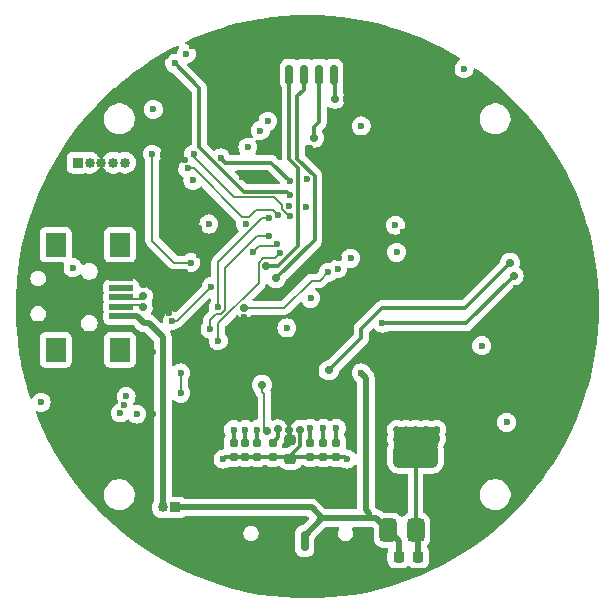
<source format=gbl>
G04 #@! TF.GenerationSoftware,KiCad,Pcbnew,8.0.1*
G04 #@! TF.CreationDate,2024-05-30T23:43:01+05:00*
G04 #@! TF.ProjectId,6_layer_MCU,365f6c61-7965-4725-9f4d-43552e6b6963,rev?*
G04 #@! TF.SameCoordinates,Original*
G04 #@! TF.FileFunction,Copper,L6,Bot*
G04 #@! TF.FilePolarity,Positive*
%FSLAX46Y46*%
G04 Gerber Fmt 4.6, Leading zero omitted, Abs format (unit mm)*
G04 Created by KiCad (PCBNEW 8.0.1) date 2024-05-30 23:43:01*
%MOMM*%
%LPD*%
G01*
G04 APERTURE LIST*
G04 Aperture macros list*
%AMRoundRect*
0 Rectangle with rounded corners*
0 $1 Rounding radius*
0 $2 $3 $4 $5 $6 $7 $8 $9 X,Y pos of 4 corners*
0 Add a 4 corners polygon primitive as box body*
4,1,4,$2,$3,$4,$5,$6,$7,$8,$9,$2,$3,0*
0 Add four circle primitives for the rounded corners*
1,1,$1+$1,$2,$3*
1,1,$1+$1,$4,$5*
1,1,$1+$1,$6,$7*
1,1,$1+$1,$8,$9*
0 Add four rect primitives between the rounded corners*
20,1,$1+$1,$2,$3,$4,$5,0*
20,1,$1+$1,$4,$5,$6,$7,0*
20,1,$1+$1,$6,$7,$8,$9,0*
20,1,$1+$1,$8,$9,$2,$3,0*%
G04 Aperture macros list end*
G04 #@! TA.AperFunction,ComponentPad*
%ADD10R,0.850000X0.850000*%
G04 #@! TD*
G04 #@! TA.AperFunction,ComponentPad*
%ADD11O,0.850000X0.850000*%
G04 #@! TD*
G04 #@! TA.AperFunction,SMDPad,CuDef*
%ADD12RoundRect,0.150000X0.150000X0.700000X-0.150000X0.700000X-0.150000X-0.700000X0.150000X-0.700000X0*%
G04 #@! TD*
G04 #@! TA.AperFunction,SMDPad,CuDef*
%ADD13RoundRect,0.250000X0.250000X1.100000X-0.250000X1.100000X-0.250000X-1.100000X0.250000X-1.100000X0*%
G04 #@! TD*
G04 #@! TA.AperFunction,SMDPad,CuDef*
%ADD14RoundRect,0.160000X-0.160000X0.197500X-0.160000X-0.197500X0.160000X-0.197500X0.160000X0.197500X0*%
G04 #@! TD*
G04 #@! TA.AperFunction,SMDPad,CuDef*
%ADD15RoundRect,0.375000X0.375000X-0.625000X0.375000X0.625000X-0.375000X0.625000X-0.375000X-0.625000X0*%
G04 #@! TD*
G04 #@! TA.AperFunction,SMDPad,CuDef*
%ADD16RoundRect,0.500000X1.400000X-0.500000X1.400000X0.500000X-1.400000X0.500000X-1.400000X-0.500000X0*%
G04 #@! TD*
G04 #@! TA.AperFunction,SMDPad,CuDef*
%ADD17RoundRect,0.225000X0.225000X0.250000X-0.225000X0.250000X-0.225000X-0.250000X0.225000X-0.250000X0*%
G04 #@! TD*
G04 #@! TA.AperFunction,SMDPad,CuDef*
%ADD18RoundRect,0.150000X-0.150000X-0.700000X0.150000X-0.700000X0.150000X0.700000X-0.150000X0.700000X0*%
G04 #@! TD*
G04 #@! TA.AperFunction,SMDPad,CuDef*
%ADD19RoundRect,0.250000X-0.250000X-1.100000X0.250000X-1.100000X0.250000X1.100000X-0.250000X1.100000X0*%
G04 #@! TD*
G04 #@! TA.AperFunction,SMDPad,CuDef*
%ADD20RoundRect,0.225000X-0.225000X-0.250000X0.225000X-0.250000X0.225000X0.250000X-0.225000X0.250000X0*%
G04 #@! TD*
G04 #@! TA.AperFunction,SMDPad,CuDef*
%ADD21RoundRect,0.225000X0.250000X-0.225000X0.250000X0.225000X-0.250000X0.225000X-0.250000X-0.225000X0*%
G04 #@! TD*
G04 #@! TA.AperFunction,SMDPad,CuDef*
%ADD22R,2.000000X0.500000*%
G04 #@! TD*
G04 #@! TA.AperFunction,SMDPad,CuDef*
%ADD23R,1.700000X2.000000*%
G04 #@! TD*
G04 #@! TA.AperFunction,ViaPad*
%ADD24C,0.600000*%
G04 #@! TD*
G04 #@! TA.AperFunction,ViaPad*
%ADD25C,0.700000*%
G04 #@! TD*
G04 #@! TA.AperFunction,Conductor*
%ADD26C,0.156500*%
G04 #@! TD*
G04 #@! TA.AperFunction,Conductor*
%ADD27C,0.500000*%
G04 #@! TD*
G04 #@! TA.AperFunction,Conductor*
%ADD28C,0.300000*%
G04 #@! TD*
G04 #@! TA.AperFunction,Conductor*
%ADD29C,0.200000*%
G04 #@! TD*
G04 APERTURE END LIST*
D10*
X133500000Y-89300000D03*
D11*
X134500000Y-89300000D03*
X135500001Y-89300000D03*
X136500000Y-89300000D03*
X137500000Y-89300000D03*
D10*
X141700000Y-118500000D03*
D11*
X140700000Y-118500000D03*
D12*
X152725000Y-121350000D03*
X151475000Y-121350000D03*
D13*
X154575000Y-124550000D03*
X149625000Y-124550000D03*
D14*
X147700000Y-113002500D03*
X147700000Y-114197500D03*
D15*
X164400000Y-120429999D03*
X162100000Y-120429998D03*
D16*
X162100000Y-114130000D03*
D15*
X159800000Y-120429999D03*
D14*
X148700000Y-113002500D03*
X148700000Y-114197500D03*
X150000000Y-113002500D03*
X150000000Y-114197500D03*
X155400000Y-113002500D03*
X155400000Y-114197500D03*
D17*
X163875001Y-122679999D03*
X162325001Y-122679999D03*
D14*
X154300000Y-113002500D03*
X154300000Y-114197500D03*
D18*
X151425000Y-81850000D03*
X152675000Y-81850000D03*
X153925000Y-81850000D03*
X155175000Y-81850000D03*
D19*
X149575000Y-78650000D03*
X157025000Y-78650000D03*
D20*
X159125000Y-122680000D03*
X160675000Y-122680000D03*
D14*
X146700000Y-113002500D03*
X146700000Y-114197500D03*
D21*
X151500000Y-114375000D03*
X151500000Y-112825000D03*
D14*
X153200000Y-113002500D03*
X153200000Y-114197500D03*
D22*
X137175001Y-102300000D03*
X137175001Y-101500000D03*
X137175001Y-100700000D03*
X137175001Y-99900000D03*
X137175001Y-99100000D03*
D23*
X131625001Y-105150000D03*
X137075001Y-105150000D03*
X131625001Y-96250000D03*
X137075001Y-96250000D03*
D24*
X170600000Y-99900000D03*
X147600000Y-102400000D03*
X141200000Y-102000000D03*
X139100000Y-99700000D03*
X142600000Y-89100000D03*
X142100000Y-91300000D03*
X141800000Y-89621750D03*
X140700000Y-88700000D03*
X143200000Y-79400000D03*
X141000000Y-80300000D03*
X153200000Y-88100000D03*
X156200000Y-83900000D03*
X152800000Y-93100000D03*
X155600000Y-97400000D03*
X154500000Y-108100000D03*
X168300000Y-93200000D03*
X135800000Y-114000000D03*
X138700000Y-108900000D03*
X168200000Y-95300000D03*
X139900000Y-110600000D03*
X147400000Y-90500000D03*
X150500000Y-86800000D03*
X142600000Y-98600000D03*
X163300000Y-110100000D03*
D25*
X150200000Y-108600000D03*
D24*
X134400000Y-105500000D03*
X150500000Y-106700000D03*
D25*
X151385737Y-111942896D03*
D24*
X162800000Y-89800000D03*
X133300000Y-103600000D03*
X164500000Y-118500000D03*
X142400000Y-87700000D03*
X159286708Y-88000000D03*
X130200000Y-108200000D03*
X158900000Y-99413292D03*
X165000000Y-122000000D03*
X148100000Y-83900000D03*
X158308885Y-84908885D03*
X138900000Y-96102944D03*
X164400000Y-89500000D03*
X135700000Y-99100000D03*
X158800000Y-107200000D03*
X137400000Y-109800000D03*
X161000000Y-95200000D03*
X151300000Y-119800000D03*
X162385786Y-79802944D03*
X143800000Y-97100000D03*
X158100000Y-122235844D03*
X139900000Y-105300000D03*
X140000000Y-101300000D03*
X143800000Y-94800000D03*
X165700000Y-110199999D03*
X169902500Y-114600000D03*
X160100000Y-107700000D03*
X143300000Y-88600000D03*
X151500219Y-93793700D03*
X157500000Y-107100000D03*
X160500000Y-111900000D03*
X166204163Y-81358579D03*
X162100000Y-111900000D03*
X160500000Y-111900000D03*
X163900000Y-111900000D03*
X160500000Y-112700000D03*
X160400000Y-94600000D03*
D25*
X152356561Y-111905430D03*
D24*
X137600000Y-109100000D03*
X160500000Y-112700000D03*
X161300000Y-112700000D03*
X163000000Y-111900000D03*
X160500000Y-96900000D03*
X139900000Y-84800000D03*
X161300000Y-111900000D03*
X151200000Y-103300000D03*
X130400000Y-109600000D03*
X162100000Y-112700000D03*
X163900000Y-112700000D03*
X161300000Y-112700000D03*
X163900000Y-111900000D03*
X156300000Y-114400000D03*
X147900000Y-88000000D03*
X162100000Y-112700000D03*
X163000000Y-111900000D03*
X162100000Y-111900000D03*
X144600000Y-94500000D03*
X133100000Y-98200000D03*
X169802500Y-111300000D03*
X149600000Y-85800000D03*
X161300000Y-111900000D03*
X145800000Y-114400000D03*
X157500000Y-86200000D03*
X163900000Y-112700000D03*
X138500000Y-110600000D03*
X137100000Y-110500000D03*
X163000000Y-112700000D03*
X163000000Y-112700000D03*
D25*
X139000000Y-101525003D03*
X139000000Y-100625000D03*
D24*
X154700000Y-98600000D03*
D25*
X170400000Y-98900000D03*
X147600000Y-101600000D03*
D24*
X159300000Y-102900000D03*
D25*
X170100000Y-97800000D03*
X154741750Y-106900000D03*
X150300000Y-99100000D03*
X155300000Y-83900000D03*
X153500000Y-87200000D03*
X149479364Y-98020636D03*
D24*
X153213342Y-100786658D03*
X143242228Y-90815544D03*
X142800000Y-89800000D03*
X150477531Y-93713070D03*
X146700000Y-111900000D03*
X153200000Y-111800000D03*
D25*
X150443841Y-111894842D03*
D24*
X147700000Y-111900000D03*
D25*
X149100000Y-108100000D03*
X149550003Y-112000000D03*
D24*
X148700000Y-111900000D03*
X155400000Y-111800000D03*
X154300000Y-111800000D03*
X152900000Y-90700000D03*
X167700000Y-104800000D03*
X150337365Y-96162635D03*
X156600000Y-97400000D03*
X148300000Y-96900000D03*
X147722227Y-94477773D03*
X148950899Y-86586921D03*
X139800000Y-88600000D03*
X155500000Y-98300000D03*
X143057000Y-97761929D03*
X144700000Y-103400000D03*
X149716218Y-95541489D03*
X149723271Y-93979707D03*
X145400000Y-101500000D03*
X142200000Y-107100000D03*
X142232885Y-108832885D03*
X145600000Y-88900000D03*
X151500000Y-90900000D03*
X151459620Y-92040380D03*
X141700000Y-80900000D03*
X150625661Y-96955099D03*
X145400000Y-104400000D03*
X144800000Y-99800000D03*
X141500000Y-102700000D03*
X151400000Y-93000000D03*
X142700000Y-80100000D03*
D26*
X151375931Y-93793700D02*
X151500219Y-93793700D01*
X150821750Y-93239519D02*
X151375931Y-93793700D01*
X150128250Y-92228250D02*
X150821750Y-92921750D01*
X150821750Y-92921750D02*
X150821750Y-93239519D01*
X143300000Y-88800000D02*
X146728250Y-92228250D01*
X143300000Y-88600000D02*
X143300000Y-88800000D01*
X146728250Y-92228250D02*
X150128250Y-92228250D01*
X150064461Y-93300000D02*
X150477531Y-93713070D01*
X148600000Y-93300000D02*
X150064461Y-93300000D01*
X148000000Y-93900000D02*
X148600000Y-93300000D01*
X143300000Y-89800000D02*
X147400000Y-93900000D01*
X142800000Y-89800000D02*
X143300000Y-89800000D01*
X147400000Y-93900000D02*
X148000000Y-93900000D01*
D27*
X164400000Y-120429999D02*
X164400000Y-118600000D01*
D28*
X137175001Y-99100000D02*
X135700000Y-99100000D01*
D27*
X164400000Y-118600000D02*
X164500000Y-118500000D01*
X151475000Y-121350000D02*
X151475000Y-119975000D01*
X158544156Y-122680000D02*
X158100000Y-122235844D01*
X159125000Y-122680000D02*
X158544156Y-122680000D01*
X151475000Y-119975000D02*
X151300000Y-119800000D01*
D28*
X151500000Y-112057159D02*
X151500000Y-112625000D01*
D27*
X163875001Y-122679999D02*
X163875001Y-120954998D01*
X165000000Y-122000000D02*
X164555000Y-122000000D01*
X164555000Y-122000000D02*
X163875001Y-122679999D01*
D28*
X163875000Y-120954997D02*
X164399999Y-120430000D01*
D27*
X163875001Y-120954998D02*
X164400000Y-120429999D01*
D28*
X151385737Y-111942896D02*
X151500000Y-112057159D01*
D27*
X158200000Y-119400000D02*
X158770001Y-119400000D01*
X158200000Y-119000000D02*
X158200000Y-119400000D01*
D28*
X160675001Y-122679999D02*
X160675001Y-121305000D01*
D27*
X157900000Y-118700000D02*
X158200000Y-119000000D01*
X153300000Y-118500000D02*
X154200000Y-119400000D01*
X154200000Y-119400000D02*
X158200000Y-119400000D01*
X158770001Y-119400000D02*
X159800000Y-120429999D01*
D28*
X160675001Y-121305000D02*
X159799998Y-120430000D01*
D27*
X152725000Y-121350000D02*
X152725000Y-120875000D01*
X157500000Y-107100000D02*
X157900000Y-107500000D01*
X160675000Y-122680000D02*
X160675000Y-121304999D01*
X157900000Y-107500000D02*
X157900000Y-118700000D01*
X152725000Y-120875000D02*
X154200000Y-119400000D01*
X141700000Y-118500000D02*
X153300000Y-118500000D01*
X160675000Y-121304999D02*
X159800000Y-120429999D01*
D28*
X146002500Y-114197500D02*
X146700000Y-114197500D01*
X148700000Y-114197500D02*
X146700000Y-114197500D01*
X156097500Y-114197500D02*
X155400000Y-114197500D01*
X145800000Y-114400000D02*
X146002500Y-114197500D01*
X162325000Y-120655000D02*
X162099999Y-120429999D01*
D27*
X162325001Y-120654999D02*
X162100000Y-120429998D01*
D28*
X162099999Y-120429999D02*
X162100000Y-114130001D01*
X153200000Y-114197500D02*
X151000000Y-114197500D01*
X151500000Y-114175000D02*
X152356561Y-113318439D01*
X156300000Y-114400000D02*
X156097500Y-114197500D01*
X151000000Y-114197500D02*
X148700000Y-114197500D01*
X152356561Y-113318439D02*
X152356561Y-111905430D01*
X155400000Y-114197500D02*
X153200000Y-114197500D01*
D27*
X162325001Y-122679999D02*
X162325001Y-120654999D01*
D29*
X137350000Y-101325001D02*
X137175001Y-101500000D01*
X138799998Y-101325001D02*
X137350000Y-101325001D01*
X139000000Y-101525003D02*
X138799998Y-101325001D01*
D27*
X140700000Y-104100000D02*
X139500000Y-102900000D01*
X139100000Y-102900000D02*
X138500000Y-102300000D01*
X138500000Y-102300000D02*
X137175001Y-102300000D01*
X140700000Y-118500000D02*
X140700000Y-104100000D01*
X139500000Y-102900000D02*
X139100000Y-102900000D01*
D29*
X137350000Y-100874999D02*
X137175001Y-100700000D01*
X139000000Y-100625000D02*
X138750001Y-100874999D01*
X138750001Y-100874999D02*
X137350000Y-100874999D01*
D26*
X154700000Y-98600000D02*
X154000000Y-99300000D01*
X151000000Y-101600000D02*
X147600000Y-101600000D01*
X153300000Y-99300000D02*
X151000000Y-101600000D01*
D28*
X166400000Y-102900000D02*
X170400000Y-98900000D01*
X159300000Y-102900000D02*
X166400000Y-102900000D01*
D26*
X154000000Y-99300000D02*
X153300000Y-99300000D01*
D28*
X157500000Y-103400000D02*
X157500000Y-104141750D01*
X166300000Y-101600000D02*
X159300000Y-101600000D01*
X159300000Y-101600000D02*
X157500000Y-103400000D01*
X170100000Y-97800000D02*
X166300000Y-101600000D01*
X157500000Y-104141750D02*
X154741750Y-106900000D01*
X153550000Y-90430761D02*
X153550000Y-95850000D01*
X152675000Y-83125000D02*
X152675000Y-81850000D01*
X152100000Y-83700000D02*
X152100000Y-88980761D01*
X152100000Y-83700000D02*
X152675000Y-83125000D01*
X152100000Y-88980761D02*
X153550000Y-90430761D01*
X153550000Y-95850000D02*
X150300000Y-99100000D01*
X155300000Y-83900000D02*
X155300000Y-81975000D01*
X155300000Y-81975000D02*
X155175000Y-81850000D01*
X153500000Y-86300000D02*
X153925000Y-85875000D01*
X153925000Y-85875000D02*
X153925000Y-81850000D01*
X153500000Y-87200000D02*
X153500000Y-86300000D01*
X152150000Y-89737867D02*
X151425000Y-89012867D01*
X152150000Y-96350000D02*
X152150000Y-89737867D01*
X149479364Y-98020636D02*
X150479364Y-98020636D01*
X150479364Y-98020636D02*
X152150000Y-96350000D01*
X151425000Y-89012867D02*
X151425000Y-81850000D01*
X146700000Y-111900000D02*
X146700000Y-113002500D01*
X153200000Y-111800000D02*
X153200000Y-113002500D01*
X150443841Y-111894842D02*
X150443841Y-112558659D01*
X150443841Y-112558659D02*
X150000000Y-113002500D01*
D26*
X149100000Y-108700000D02*
X149100000Y-108100000D01*
X149300000Y-111749997D02*
X149300000Y-108900000D01*
X149550003Y-112000000D02*
X149300000Y-111749997D01*
D28*
X147700000Y-111900000D02*
X147700000Y-113002500D01*
D26*
X149300000Y-108900000D02*
X149100000Y-108700000D01*
D28*
X148700000Y-111900000D02*
X148700000Y-113002500D01*
X155400000Y-113002500D02*
X155400000Y-111800000D01*
X154300000Y-111800000D02*
X154300000Y-113002500D01*
D26*
X148823151Y-96376849D02*
X150123151Y-96376849D01*
X148300000Y-96900000D02*
X148823151Y-96376849D01*
X150123151Y-96376849D02*
X150337365Y-96162635D01*
X139800000Y-95900000D02*
X139800000Y-88600000D01*
X141661929Y-97761929D02*
X139800000Y-95900000D01*
X143057000Y-97761929D02*
X141661929Y-97761929D01*
X149716218Y-95541489D02*
X148658511Y-95541489D01*
X144700000Y-102600000D02*
X144700000Y-103400000D01*
X145978250Y-101739519D02*
X145639519Y-102078250D01*
X148658511Y-95541489D02*
X145978250Y-98221750D01*
X145639519Y-102078250D02*
X145221750Y-102078250D01*
X145978250Y-98221750D02*
X145978250Y-101739519D01*
X145221750Y-102078250D02*
X144700000Y-102600000D01*
X149120293Y-93979707D02*
X145400000Y-97700000D01*
X149723271Y-93979707D02*
X149120293Y-93979707D01*
X145400000Y-97700000D02*
X145400000Y-101500000D01*
X142232885Y-107132885D02*
X142200000Y-107100000D01*
X142232885Y-108832885D02*
X142232885Y-107132885D01*
D28*
X151500000Y-90900000D02*
X149900000Y-89300000D01*
X149900000Y-89300000D02*
X146000000Y-89300000D01*
X146000000Y-89300000D02*
X145600000Y-88900000D01*
X151459620Y-92040380D02*
X151219240Y-91800000D01*
X143800000Y-83000000D02*
X141700000Y-80900000D01*
X143800000Y-88019239D02*
X143800000Y-83000000D01*
X151219240Y-91800000D02*
X147580761Y-91800000D01*
X147580761Y-91800000D02*
X143800000Y-88019239D01*
D26*
X145400000Y-102911520D02*
X145400000Y-104400000D01*
X148851114Y-97760406D02*
X148851114Y-99460406D01*
X148851114Y-99460406D02*
X145400000Y-102911520D01*
X149219134Y-97392386D02*
X148851114Y-97760406D01*
X150625661Y-96955099D02*
X150188374Y-97392386D01*
X150188374Y-97392386D02*
X149219134Y-97392386D01*
X141900000Y-102700000D02*
X144800000Y-99800000D01*
X141500000Y-102700000D02*
X141900000Y-102700000D01*
G04 #@! TA.AperFunction,Conductor*
G36*
X153925667Y-76823729D02*
G01*
X153930594Y-76823927D01*
X154918598Y-76883691D01*
X154923539Y-76884090D01*
X155908311Y-76983585D01*
X155913245Y-76984184D01*
X156893202Y-77123250D01*
X156898099Y-77124046D01*
X157871670Y-77302460D01*
X157876555Y-77303457D01*
X158842133Y-77520923D01*
X158846972Y-77522116D01*
X159803035Y-77778292D01*
X159807797Y-77779672D01*
X160752763Y-78074135D01*
X160757439Y-78075696D01*
X161689825Y-78407985D01*
X161694433Y-78409733D01*
X162612669Y-78779292D01*
X162617208Y-78781225D01*
X163519801Y-79187449D01*
X163524304Y-79189586D01*
X164409795Y-79631818D01*
X164414195Y-79634127D01*
X165281157Y-80111654D01*
X165285462Y-80114139D01*
X165824073Y-80439740D01*
X165871260Y-80491268D01*
X165883099Y-80560127D01*
X165855830Y-80624456D01*
X165825896Y-80650850D01*
X165701903Y-80728761D01*
X165701900Y-80728763D01*
X165574347Y-80856316D01*
X165478374Y-81009055D01*
X165418794Y-81179324D01*
X165418793Y-81179329D01*
X165398598Y-81358575D01*
X165398598Y-81358582D01*
X165418793Y-81537828D01*
X165418794Y-81537833D01*
X165478374Y-81708102D01*
X165510326Y-81758953D01*
X165574347Y-81860841D01*
X165701901Y-81988395D01*
X165854641Y-82084368D01*
X166024908Y-82143947D01*
X166024913Y-82143948D01*
X166204159Y-82164144D01*
X166204163Y-82164144D01*
X166204167Y-82164144D01*
X166383412Y-82143948D01*
X166383415Y-82143947D01*
X166383418Y-82143947D01*
X166553685Y-82084368D01*
X166706425Y-81988395D01*
X166833979Y-81860841D01*
X166929952Y-81708101D01*
X166989531Y-81537834D01*
X166990435Y-81529816D01*
X167001633Y-81430421D01*
X167028699Y-81366007D01*
X167086293Y-81326451D01*
X167156130Y-81324312D01*
X167197333Y-81343691D01*
X167769616Y-81755967D01*
X167773569Y-81758938D01*
X168290776Y-82164144D01*
X168552705Y-82369353D01*
X168556574Y-82372512D01*
X169310473Y-83013782D01*
X169314211Y-83017093D01*
X170041711Y-83688229D01*
X170045312Y-83691689D01*
X170745144Y-84391521D01*
X170748604Y-84395122D01*
X171419740Y-85122622D01*
X171423051Y-85126360D01*
X172064321Y-85880259D01*
X172067480Y-85884128D01*
X172395068Y-86302262D01*
X172668601Y-86651401D01*
X172677880Y-86663244D01*
X172680871Y-86667225D01*
X172936596Y-87022197D01*
X173259415Y-87470305D01*
X173262252Y-87474415D01*
X173774329Y-88249208D01*
X173807984Y-88300128D01*
X173810645Y-88304337D01*
X174090647Y-88767517D01*
X174322688Y-89151361D01*
X174325185Y-89155686D01*
X174802700Y-90022627D01*
X174805021Y-90027049D01*
X175247243Y-90912520D01*
X175249384Y-90917032D01*
X175655596Y-91819598D01*
X175657551Y-91824188D01*
X175985266Y-92638456D01*
X176027088Y-92742369D01*
X176028857Y-92747036D01*
X176220556Y-93284931D01*
X176361127Y-93679364D01*
X176362708Y-93684101D01*
X176657154Y-94629013D01*
X176658544Y-94633810D01*
X176914717Y-95589863D01*
X176915912Y-95594711D01*
X177133375Y-96560274D01*
X177134374Y-96565167D01*
X177312784Y-97538717D01*
X177313585Y-97543647D01*
X177452647Y-98523576D01*
X177453249Y-98528533D01*
X177552741Y-99513275D01*
X177553143Y-99518253D01*
X177612904Y-100506208D01*
X177613105Y-100511198D01*
X177633035Y-101500751D01*
X177633035Y-101505745D01*
X177613105Y-102495297D01*
X177612904Y-102500287D01*
X177553143Y-103488242D01*
X177552741Y-103493220D01*
X177453249Y-104477962D01*
X177452647Y-104482919D01*
X177313585Y-105462848D01*
X177312784Y-105467778D01*
X177134374Y-106441328D01*
X177133375Y-106446221D01*
X176915912Y-107411784D01*
X176914717Y-107416632D01*
X176658544Y-108372685D01*
X176657154Y-108377482D01*
X176362708Y-109322394D01*
X176361127Y-109327131D01*
X176028859Y-110259456D01*
X176027088Y-110264126D01*
X175657553Y-111182303D01*
X175655596Y-111186897D01*
X175249384Y-112089463D01*
X175247243Y-112093975D01*
X174805021Y-112979446D01*
X174802700Y-112983868D01*
X174325185Y-113850809D01*
X174322688Y-113855134D01*
X173810653Y-114702146D01*
X173807984Y-114706367D01*
X173262252Y-115532080D01*
X173259415Y-115536190D01*
X172680880Y-116339259D01*
X172677880Y-116343251D01*
X172067480Y-117122367D01*
X172064321Y-117126236D01*
X171423051Y-117880135D01*
X171419740Y-117883873D01*
X170748604Y-118611373D01*
X170745144Y-118614974D01*
X170045312Y-119314806D01*
X170041711Y-119318266D01*
X169314211Y-119989402D01*
X169310473Y-119992713D01*
X168556574Y-120633983D01*
X168552705Y-120637142D01*
X167773589Y-121247542D01*
X167769597Y-121250542D01*
X166966528Y-121829077D01*
X166962418Y-121831914D01*
X166136705Y-122377646D01*
X166132484Y-122380315D01*
X165285472Y-122892350D01*
X165281147Y-122894847D01*
X164414206Y-123372362D01*
X164409784Y-123374683D01*
X163524313Y-123816905D01*
X163519801Y-123819046D01*
X162617235Y-124225258D01*
X162612641Y-124227215D01*
X161694464Y-124596750D01*
X161689794Y-124598521D01*
X160757469Y-124930789D01*
X160752732Y-124932370D01*
X159807820Y-125226816D01*
X159803023Y-125228206D01*
X158846970Y-125484379D01*
X158842122Y-125485574D01*
X157876559Y-125703037D01*
X157871666Y-125704036D01*
X156898116Y-125882446D01*
X156893186Y-125883247D01*
X155913257Y-126022309D01*
X155908300Y-126022911D01*
X154923558Y-126122403D01*
X154918580Y-126122805D01*
X153930625Y-126182566D01*
X153925635Y-126182767D01*
X152936083Y-126202697D01*
X152931089Y-126202697D01*
X151941536Y-126182767D01*
X151936546Y-126182566D01*
X150948591Y-126122805D01*
X150943613Y-126122403D01*
X149958871Y-126022911D01*
X149953914Y-126022309D01*
X148973985Y-125883247D01*
X148969055Y-125882446D01*
X147995505Y-125704036D01*
X147990612Y-125703037D01*
X147025049Y-125485574D01*
X147020201Y-125484379D01*
X146064148Y-125228206D01*
X146059351Y-125226816D01*
X145114439Y-124932370D01*
X145109702Y-124930789D01*
X144177377Y-124598521D01*
X144172707Y-124596750D01*
X143254530Y-124227215D01*
X143249936Y-124225258D01*
X142347370Y-123819046D01*
X142342858Y-123816905D01*
X141457387Y-123374683D01*
X141452965Y-123372362D01*
X140586024Y-122894847D01*
X140581699Y-122892350D01*
X140259537Y-122697597D01*
X139734675Y-122380307D01*
X139730479Y-122377654D01*
X138904753Y-121831914D01*
X138900643Y-121829077D01*
X138690543Y-121677720D01*
X138097563Y-121250533D01*
X138093594Y-121247551D01*
X137740685Y-120971064D01*
X137476479Y-120764071D01*
X147519499Y-120764071D01*
X147544497Y-120889738D01*
X147544499Y-120889744D01*
X147593533Y-121008124D01*
X147593538Y-121008133D01*
X147664723Y-121114668D01*
X147664726Y-121114672D01*
X147755327Y-121205273D01*
X147755331Y-121205276D01*
X147861866Y-121276461D01*
X147861872Y-121276464D01*
X147861873Y-121276465D01*
X147980256Y-121325501D01*
X147980260Y-121325501D01*
X147980261Y-121325502D01*
X148105928Y-121350500D01*
X148105931Y-121350500D01*
X148234071Y-121350500D01*
X148318615Y-121333682D01*
X148359744Y-121325501D01*
X148478127Y-121276465D01*
X148584669Y-121205276D01*
X148675276Y-121114669D01*
X148746465Y-121008127D01*
X148795501Y-120889744D01*
X148820500Y-120764069D01*
X148820500Y-120635931D01*
X148820500Y-120635928D01*
X148795502Y-120510261D01*
X148795501Y-120510260D01*
X148795501Y-120510256D01*
X148746465Y-120391873D01*
X148746464Y-120391872D01*
X148746461Y-120391866D01*
X148675276Y-120285331D01*
X148675273Y-120285327D01*
X148584672Y-120194726D01*
X148584668Y-120194723D01*
X148478133Y-120123538D01*
X148478124Y-120123533D01*
X148359744Y-120074499D01*
X148359738Y-120074497D01*
X148234071Y-120049500D01*
X148234069Y-120049500D01*
X148105931Y-120049500D01*
X148105929Y-120049500D01*
X147980261Y-120074497D01*
X147980255Y-120074499D01*
X147861875Y-120123533D01*
X147861866Y-120123538D01*
X147755331Y-120194723D01*
X147755327Y-120194726D01*
X147664726Y-120285327D01*
X147664723Y-120285331D01*
X147593538Y-120391866D01*
X147593533Y-120391875D01*
X147544499Y-120510255D01*
X147544497Y-120510261D01*
X147519500Y-120635928D01*
X147519500Y-120635931D01*
X147519500Y-120764069D01*
X147519500Y-120764071D01*
X147519499Y-120764071D01*
X137476479Y-120764071D01*
X137314466Y-120637142D01*
X137310597Y-120633983D01*
X136556698Y-119992713D01*
X136552960Y-119989402D01*
X135825460Y-119318266D01*
X135821859Y-119314806D01*
X135122027Y-118614974D01*
X135118567Y-118611373D01*
X134447431Y-117883873D01*
X134444120Y-117880135D01*
X134133961Y-117515501D01*
X135723183Y-117515501D01*
X135755205Y-117717684D01*
X135818464Y-117912373D01*
X135911398Y-118094763D01*
X136031711Y-118260363D01*
X136176469Y-118405121D01*
X136331432Y-118517706D01*
X136342073Y-118525437D01*
X136458290Y-118584653D01*
X136524459Y-118618368D01*
X136524461Y-118618368D01*
X136524464Y-118618370D01*
X136620272Y-118649500D01*
X136719148Y-118681627D01*
X136820240Y-118697638D01*
X136921331Y-118713650D01*
X136921332Y-118713650D01*
X137126034Y-118713650D01*
X137126035Y-118713650D01*
X137328217Y-118681627D01*
X137522902Y-118618370D01*
X137705293Y-118525437D01*
X137798273Y-118457882D01*
X137870896Y-118405121D01*
X137870898Y-118405118D01*
X137870902Y-118405116D01*
X138015649Y-118260369D01*
X138015651Y-118260365D01*
X138015654Y-118260363D01*
X138125355Y-118109370D01*
X138135970Y-118094760D01*
X138228903Y-117912369D01*
X138292160Y-117717684D01*
X138324183Y-117515502D01*
X138324183Y-117310798D01*
X138294951Y-117126236D01*
X138292160Y-117108615D01*
X138228901Y-116913926D01*
X138195186Y-116847757D01*
X138135970Y-116731540D01*
X138128239Y-116720899D01*
X138015654Y-116565936D01*
X137870896Y-116421178D01*
X137705296Y-116300865D01*
X137705295Y-116300864D01*
X137705293Y-116300863D01*
X137648336Y-116271841D01*
X137522906Y-116207931D01*
X137328217Y-116144672D01*
X137153678Y-116117028D01*
X137126035Y-116112650D01*
X136921331Y-116112650D01*
X136897012Y-116116501D01*
X136719148Y-116144672D01*
X136524459Y-116207931D01*
X136342069Y-116300865D01*
X136176469Y-116421178D01*
X136031711Y-116565936D01*
X135911398Y-116731536D01*
X135818464Y-116913926D01*
X135755205Y-117108615D01*
X135723183Y-117310798D01*
X135723183Y-117515501D01*
X134133961Y-117515501D01*
X133802850Y-117126236D01*
X133799691Y-117122367D01*
X133250348Y-116421184D01*
X133189276Y-116343231D01*
X133186305Y-116339278D01*
X132607749Y-115536181D01*
X132604919Y-115532080D01*
X132059171Y-114706341D01*
X132056534Y-114702172D01*
X131544477Y-113855124D01*
X131541986Y-113850809D01*
X131497577Y-113770184D01*
X131064465Y-112983857D01*
X131062150Y-112979446D01*
X131005885Y-112866786D01*
X130619924Y-112093966D01*
X130617787Y-112089463D01*
X130211563Y-111186870D01*
X130209630Y-111182331D01*
X129936563Y-110503848D01*
X129936189Y-110500003D01*
X136294435Y-110500003D01*
X136314630Y-110679249D01*
X136314631Y-110679254D01*
X136374211Y-110849523D01*
X136437646Y-110950478D01*
X136470184Y-111002262D01*
X136597738Y-111129816D01*
X136683911Y-111183962D01*
X136737957Y-111217922D01*
X136750478Y-111225789D01*
X136877352Y-111270184D01*
X136920745Y-111285368D01*
X136920750Y-111285369D01*
X137099996Y-111305565D01*
X137100000Y-111305565D01*
X137100004Y-111305565D01*
X137279249Y-111285369D01*
X137279252Y-111285368D01*
X137279255Y-111285368D01*
X137449522Y-111225789D01*
X137602262Y-111129816D01*
X137667485Y-111064592D01*
X137728804Y-111031110D01*
X137798496Y-111036094D01*
X137854430Y-111077965D01*
X137860156Y-111086303D01*
X137870182Y-111102260D01*
X137870184Y-111102262D01*
X137997738Y-111229816D01*
X138059720Y-111268762D01*
X138105833Y-111297737D01*
X138150478Y-111325789D01*
X138320745Y-111385368D01*
X138320750Y-111385369D01*
X138499996Y-111405565D01*
X138500000Y-111405565D01*
X138500004Y-111405565D01*
X138679249Y-111385369D01*
X138679252Y-111385368D01*
X138679255Y-111385368D01*
X138849522Y-111325789D01*
X139002262Y-111229816D01*
X139129816Y-111102262D01*
X139225789Y-110949522D01*
X139285368Y-110779255D01*
X139285369Y-110779249D01*
X139305565Y-110600003D01*
X139305565Y-110599996D01*
X139285369Y-110420750D01*
X139285368Y-110420745D01*
X139250376Y-110320745D01*
X139225789Y-110250478D01*
X139129816Y-110097738D01*
X139002262Y-109970184D01*
X138969379Y-109949522D01*
X138849523Y-109874211D01*
X138679254Y-109814631D01*
X138679249Y-109814630D01*
X138500004Y-109794435D01*
X138499996Y-109794435D01*
X138331075Y-109813467D01*
X138262253Y-109801412D01*
X138210874Y-109754063D01*
X138193250Y-109686453D01*
X138214977Y-109620047D01*
X138229509Y-109602568D01*
X138229816Y-109602262D01*
X138325789Y-109449522D01*
X138385368Y-109279255D01*
X138386051Y-109273193D01*
X138405565Y-109100003D01*
X138405565Y-109099996D01*
X138385369Y-108920750D01*
X138385368Y-108920745D01*
X138369085Y-108874211D01*
X138325789Y-108750478D01*
X138229816Y-108597738D01*
X138102262Y-108470184D01*
X138066684Y-108447829D01*
X137949523Y-108374211D01*
X137779254Y-108314631D01*
X137779249Y-108314630D01*
X137600004Y-108294435D01*
X137599996Y-108294435D01*
X137420750Y-108314630D01*
X137420745Y-108314631D01*
X137250476Y-108374211D01*
X137097737Y-108470184D01*
X136970184Y-108597737D01*
X136874211Y-108750476D01*
X136814631Y-108920745D01*
X136814630Y-108920750D01*
X136794435Y-109099996D01*
X136794435Y-109100003D01*
X136814630Y-109279249D01*
X136814631Y-109279254D01*
X136874211Y-109449523D01*
X136936427Y-109548539D01*
X136955427Y-109615776D01*
X136935059Y-109682611D01*
X136881791Y-109727825D01*
X136872387Y-109731553D01*
X136750478Y-109774210D01*
X136597737Y-109870184D01*
X136470184Y-109997737D01*
X136374211Y-110150476D01*
X136314631Y-110320745D01*
X136314630Y-110320750D01*
X136294435Y-110499996D01*
X136294435Y-110500003D01*
X129936189Y-110500003D01*
X129929795Y-110434309D01*
X129961697Y-110372148D01*
X130022142Y-110337102D01*
X130091939Y-110340299D01*
X130092552Y-110340512D01*
X130220737Y-110385366D01*
X130220743Y-110385367D01*
X130220745Y-110385368D01*
X130220746Y-110385368D01*
X130220750Y-110385369D01*
X130399996Y-110405565D01*
X130400000Y-110405565D01*
X130400004Y-110405565D01*
X130579249Y-110385369D01*
X130579252Y-110385368D01*
X130579255Y-110385368D01*
X130749522Y-110325789D01*
X130902262Y-110229816D01*
X131029816Y-110102262D01*
X131125789Y-109949522D01*
X131185368Y-109779255D01*
X131185369Y-109779249D01*
X131205565Y-109600003D01*
X131205565Y-109599996D01*
X131185369Y-109420750D01*
X131185368Y-109420745D01*
X131152611Y-109327131D01*
X131125789Y-109250478D01*
X131029816Y-109097738D01*
X130902262Y-108970184D01*
X130749523Y-108874211D01*
X130579254Y-108814631D01*
X130579249Y-108814630D01*
X130400004Y-108794435D01*
X130399996Y-108794435D01*
X130220750Y-108814630D01*
X130220745Y-108814631D01*
X130050476Y-108874211D01*
X129897737Y-108970184D01*
X129770182Y-109097739D01*
X129689023Y-109226903D01*
X129636689Y-109273193D01*
X129567635Y-109283841D01*
X129503787Y-109255466D01*
X129465645Y-109197820D01*
X129364804Y-108874211D01*
X129210010Y-108377459D01*
X129208627Y-108372685D01*
X129197356Y-108330622D01*
X128952454Y-107416632D01*
X128951259Y-107411784D01*
X128939458Y-107359388D01*
X128733795Y-106446217D01*
X128732797Y-106441328D01*
X128723818Y-106392331D01*
X128688182Y-106197870D01*
X130274501Y-106197870D01*
X130274502Y-106197876D01*
X130280909Y-106257483D01*
X130331203Y-106392328D01*
X130331207Y-106392335D01*
X130417453Y-106507544D01*
X130417456Y-106507547D01*
X130532665Y-106593793D01*
X130532672Y-106593797D01*
X130667518Y-106644091D01*
X130667517Y-106644091D01*
X130674445Y-106644835D01*
X130727128Y-106650500D01*
X132522873Y-106650499D01*
X132582484Y-106644091D01*
X132717332Y-106593796D01*
X132832547Y-106507546D01*
X132918797Y-106392331D01*
X132969092Y-106257483D01*
X132975501Y-106197873D01*
X132975501Y-106197870D01*
X135724501Y-106197870D01*
X135724502Y-106197876D01*
X135730909Y-106257483D01*
X135781203Y-106392328D01*
X135781207Y-106392335D01*
X135867453Y-106507544D01*
X135867456Y-106507547D01*
X135982665Y-106593793D01*
X135982672Y-106593797D01*
X136117518Y-106644091D01*
X136117517Y-106644091D01*
X136124445Y-106644835D01*
X136177128Y-106650500D01*
X137972873Y-106650499D01*
X138032484Y-106644091D01*
X138167332Y-106593796D01*
X138282547Y-106507546D01*
X138368797Y-106392331D01*
X138419092Y-106257483D01*
X138425501Y-106197873D01*
X138425500Y-104102128D01*
X138419092Y-104042517D01*
X138414354Y-104029815D01*
X138368798Y-103907671D01*
X138368794Y-103907664D01*
X138282548Y-103792455D01*
X138282545Y-103792452D01*
X138167336Y-103706206D01*
X138167329Y-103706202D01*
X138032483Y-103655908D01*
X138032484Y-103655908D01*
X137972884Y-103649501D01*
X137972882Y-103649500D01*
X137972874Y-103649500D01*
X137972865Y-103649500D01*
X136177130Y-103649500D01*
X136177124Y-103649501D01*
X136117517Y-103655908D01*
X135982672Y-103706202D01*
X135982665Y-103706206D01*
X135867456Y-103792452D01*
X135867453Y-103792455D01*
X135781207Y-103907664D01*
X135781203Y-103907671D01*
X135730909Y-104042517D01*
X135724502Y-104102116D01*
X135724502Y-104102123D01*
X135724501Y-104102135D01*
X135724501Y-106197870D01*
X132975501Y-106197870D01*
X132975500Y-104102128D01*
X132969092Y-104042517D01*
X132964354Y-104029815D01*
X132918798Y-103907671D01*
X132918794Y-103907664D01*
X132832548Y-103792455D01*
X132832545Y-103792452D01*
X132717336Y-103706206D01*
X132717329Y-103706202D01*
X132582483Y-103655908D01*
X132582484Y-103655908D01*
X132522884Y-103649501D01*
X132522882Y-103649500D01*
X132522874Y-103649500D01*
X132522865Y-103649500D01*
X130727130Y-103649500D01*
X130727124Y-103649501D01*
X130667517Y-103655908D01*
X130532672Y-103706202D01*
X130532665Y-103706206D01*
X130417456Y-103792452D01*
X130417453Y-103792455D01*
X130331207Y-103907664D01*
X130331203Y-103907671D01*
X130280909Y-104042517D01*
X130274502Y-104102116D01*
X130274502Y-104102123D01*
X130274501Y-104102135D01*
X130274501Y-106197870D01*
X128688182Y-106197870D01*
X128554384Y-105467761D01*
X128553586Y-105462848D01*
X128548898Y-105429816D01*
X128414522Y-104482907D01*
X128413922Y-104477962D01*
X128314428Y-103493201D01*
X128314028Y-103488242D01*
X128282619Y-102968995D01*
X133774500Y-102968995D01*
X133801419Y-103104322D01*
X133801422Y-103104332D01*
X133854222Y-103231804D01*
X133854229Y-103231817D01*
X133930886Y-103346541D01*
X133930889Y-103346545D01*
X134028455Y-103444111D01*
X134028459Y-103444114D01*
X134143183Y-103520771D01*
X134143196Y-103520778D01*
X134250169Y-103565087D01*
X134270673Y-103573580D01*
X134270677Y-103573580D01*
X134270678Y-103573581D01*
X134406005Y-103600500D01*
X134406008Y-103600500D01*
X134543996Y-103600500D01*
X134650829Y-103579249D01*
X134679329Y-103573580D01*
X134795400Y-103525502D01*
X134806805Y-103520778D01*
X134806805Y-103520777D01*
X134806812Y-103520775D01*
X134921543Y-103444114D01*
X135019115Y-103346542D01*
X135095776Y-103231811D01*
X135148581Y-103104328D01*
X135170567Y-102993797D01*
X135175501Y-102968995D01*
X135175501Y-102831004D01*
X135148582Y-102695677D01*
X135148581Y-102695676D01*
X135148581Y-102695672D01*
X135108071Y-102597872D01*
X135095779Y-102568195D01*
X135095772Y-102568182D01*
X135019115Y-102453458D01*
X135019112Y-102453454D01*
X134921546Y-102355888D01*
X134921542Y-102355885D01*
X134806818Y-102279228D01*
X134806805Y-102279221D01*
X134679333Y-102226421D01*
X134679323Y-102226418D01*
X134543996Y-102199500D01*
X134543994Y-102199500D01*
X134406008Y-102199500D01*
X134406006Y-102199500D01*
X134270678Y-102226418D01*
X134270668Y-102226421D01*
X134143196Y-102279221D01*
X134143183Y-102279228D01*
X134028459Y-102355885D01*
X134028455Y-102355888D01*
X133930889Y-102453454D01*
X133930886Y-102453458D01*
X133854229Y-102568182D01*
X133854222Y-102568195D01*
X133801422Y-102695667D01*
X133801419Y-102695677D01*
X133774501Y-102831004D01*
X133774501Y-102831007D01*
X133774501Y-102968993D01*
X133774501Y-102968995D01*
X133774500Y-102968995D01*
X128282619Y-102968995D01*
X128254265Y-102500256D01*
X128254067Y-102495329D01*
X128247395Y-102164071D01*
X129494499Y-102164071D01*
X129519497Y-102289738D01*
X129519499Y-102289744D01*
X129568533Y-102408124D01*
X129568538Y-102408133D01*
X129639723Y-102514668D01*
X129639726Y-102514672D01*
X129730327Y-102605273D01*
X129730331Y-102605276D01*
X129836866Y-102676461D01*
X129836872Y-102676464D01*
X129836873Y-102676465D01*
X129955256Y-102725501D01*
X129955260Y-102725501D01*
X129955261Y-102725502D01*
X130080928Y-102750500D01*
X130080931Y-102750500D01*
X130209071Y-102750500D01*
X130293615Y-102733682D01*
X130334744Y-102725501D01*
X130453127Y-102676465D01*
X130559669Y-102605276D01*
X130650276Y-102514669D01*
X130721465Y-102408127D01*
X130770501Y-102289744D01*
X130795500Y-102164069D01*
X130795500Y-102035931D01*
X130795500Y-102035928D01*
X130770502Y-101910261D01*
X130770501Y-101910260D01*
X130770501Y-101910256D01*
X130721465Y-101791873D01*
X130721464Y-101791872D01*
X130721461Y-101791866D01*
X130650276Y-101685331D01*
X130650273Y-101685327D01*
X130559672Y-101594726D01*
X130559668Y-101594723D01*
X130453133Y-101523538D01*
X130453124Y-101523533D01*
X130334744Y-101474499D01*
X130334738Y-101474497D01*
X130209071Y-101449500D01*
X130209069Y-101449500D01*
X130080931Y-101449500D01*
X130080929Y-101449500D01*
X129955261Y-101474497D01*
X129955255Y-101474499D01*
X129836875Y-101523533D01*
X129836866Y-101523538D01*
X129730331Y-101594723D01*
X129730327Y-101594726D01*
X129639726Y-101685327D01*
X129639723Y-101685331D01*
X129568538Y-101791866D01*
X129568533Y-101791875D01*
X129519499Y-101910255D01*
X129519497Y-101910261D01*
X129494500Y-102035928D01*
X129494500Y-102035931D01*
X129494500Y-102164069D01*
X129494500Y-102164071D01*
X129494499Y-102164071D01*
X128247395Y-102164071D01*
X128234136Y-101505730D01*
X128234136Y-101500751D01*
X128234665Y-101474497D01*
X128254067Y-100511164D01*
X128254265Y-100506241D01*
X128314029Y-99518231D01*
X128314430Y-99513275D01*
X128321043Y-99447829D01*
X128349712Y-99164071D01*
X129494499Y-99164071D01*
X129519497Y-99289738D01*
X129519499Y-99289744D01*
X129568533Y-99408124D01*
X129568538Y-99408133D01*
X129639723Y-99514668D01*
X129639726Y-99514672D01*
X129730327Y-99605273D01*
X129730331Y-99605276D01*
X129836866Y-99676461D01*
X129836872Y-99676464D01*
X129836873Y-99676465D01*
X129955256Y-99725501D01*
X129955260Y-99725501D01*
X129955261Y-99725502D01*
X130080928Y-99750500D01*
X130080931Y-99750500D01*
X130209071Y-99750500D01*
X130293615Y-99733682D01*
X130334744Y-99725501D01*
X130453127Y-99676465D01*
X130559669Y-99605276D01*
X130650276Y-99514669D01*
X130721465Y-99408127D01*
X130770501Y-99289744D01*
X130784239Y-99220680D01*
X130795500Y-99164071D01*
X130795500Y-99035928D01*
X130770502Y-98910261D01*
X130770501Y-98910260D01*
X130770501Y-98910256D01*
X130721465Y-98791873D01*
X130721464Y-98791872D01*
X130721461Y-98791866D01*
X130650276Y-98685331D01*
X130650273Y-98685327D01*
X130559672Y-98594726D01*
X130559668Y-98594723D01*
X130453133Y-98523538D01*
X130453124Y-98523533D01*
X130334744Y-98474499D01*
X130334738Y-98474497D01*
X130209071Y-98449500D01*
X130209069Y-98449500D01*
X130080931Y-98449500D01*
X130080929Y-98449500D01*
X129955261Y-98474497D01*
X129955255Y-98474499D01*
X129836875Y-98523533D01*
X129836866Y-98523538D01*
X129730331Y-98594723D01*
X129730327Y-98594726D01*
X129639726Y-98685327D01*
X129639723Y-98685331D01*
X129568538Y-98791866D01*
X129568533Y-98791875D01*
X129519499Y-98910255D01*
X129519497Y-98910261D01*
X129494500Y-99035928D01*
X129494500Y-99035931D01*
X129494500Y-99164069D01*
X129494500Y-99164071D01*
X129494499Y-99164071D01*
X128349712Y-99164071D01*
X128413923Y-98528516D01*
X128414524Y-98523576D01*
X128553589Y-97543623D01*
X128554382Y-97538742D01*
X128598523Y-97297870D01*
X130274501Y-97297870D01*
X130274502Y-97297876D01*
X130280909Y-97357483D01*
X130331203Y-97492328D01*
X130331207Y-97492335D01*
X130417453Y-97607544D01*
X130417456Y-97607547D01*
X130532665Y-97693793D01*
X130532672Y-97693797D01*
X130667518Y-97744091D01*
X130667517Y-97744091D01*
X130674445Y-97744835D01*
X130727128Y-97750500D01*
X132234432Y-97750499D01*
X132301471Y-97770184D01*
X132347226Y-97822987D01*
X132357170Y-97892146D01*
X132351474Y-97915453D01*
X132314632Y-98020742D01*
X132314630Y-98020750D01*
X132294435Y-98199996D01*
X132294435Y-98200003D01*
X132314630Y-98379249D01*
X132314631Y-98379254D01*
X132374211Y-98549523D01*
X132470184Y-98702262D01*
X132597738Y-98829816D01*
X132750478Y-98925789D01*
X132814714Y-98948266D01*
X132920745Y-98985368D01*
X132920750Y-98985369D01*
X133099996Y-99005565D01*
X133100000Y-99005565D01*
X133100004Y-99005565D01*
X133279249Y-98985369D01*
X133279252Y-98985368D01*
X133279255Y-98985368D01*
X133449522Y-98925789D01*
X133602262Y-98829816D01*
X133648619Y-98783458D01*
X133709940Y-98749974D01*
X133779631Y-98754958D01*
X133835565Y-98796829D01*
X133850858Y-98823682D01*
X133854223Y-98831806D01*
X133854229Y-98831817D01*
X133930886Y-98946541D01*
X133930889Y-98946545D01*
X134028455Y-99044111D01*
X134028459Y-99044114D01*
X134143183Y-99120771D01*
X134143196Y-99120778D01*
X134270668Y-99173578D01*
X134270673Y-99173580D01*
X134270677Y-99173580D01*
X134270678Y-99173581D01*
X134406005Y-99200500D01*
X134406008Y-99200500D01*
X134543996Y-99200500D01*
X134635042Y-99182389D01*
X134679329Y-99173580D01*
X134806812Y-99120775D01*
X134921543Y-99044114D01*
X135019115Y-98946542D01*
X135095776Y-98831811D01*
X135148581Y-98704328D01*
X135157390Y-98660041D01*
X135175501Y-98568995D01*
X135175501Y-98431004D01*
X135148582Y-98295677D01*
X135148581Y-98295676D01*
X135148581Y-98295672D01*
X135148579Y-98295667D01*
X135095779Y-98168195D01*
X135095772Y-98168182D01*
X135019115Y-98053458D01*
X135019112Y-98053454D01*
X134921546Y-97955888D01*
X134921542Y-97955885D01*
X134806818Y-97879228D01*
X134806805Y-97879221D01*
X134679333Y-97826421D01*
X134679323Y-97826418D01*
X134543996Y-97799500D01*
X134543994Y-97799500D01*
X134406008Y-97799500D01*
X134406006Y-97799500D01*
X134270678Y-97826418D01*
X134270668Y-97826421D01*
X134143196Y-97879221D01*
X134143185Y-97879227D01*
X134027161Y-97956752D01*
X133960484Y-97977629D01*
X133893104Y-97959144D01*
X133846414Y-97907165D01*
X133841229Y-97894603D01*
X133825789Y-97850478D01*
X133802406Y-97813264D01*
X133729816Y-97697738D01*
X133602262Y-97570184D01*
X133538017Y-97529816D01*
X133449523Y-97474211D01*
X133279254Y-97414631D01*
X133279249Y-97414630D01*
X133100004Y-97394435D01*
X133099501Y-97394435D01*
X133099187Y-97394343D01*
X133093081Y-97393655D01*
X133093201Y-97392585D01*
X133032462Y-97374750D01*
X132986707Y-97321946D01*
X132981469Y-97297870D01*
X135724501Y-97297870D01*
X135724502Y-97297876D01*
X135730909Y-97357483D01*
X135781203Y-97492328D01*
X135781207Y-97492335D01*
X135867453Y-97607544D01*
X135867456Y-97607547D01*
X135982665Y-97693793D01*
X135982672Y-97693797D01*
X136117518Y-97744091D01*
X136117517Y-97744091D01*
X136124445Y-97744835D01*
X136177128Y-97750500D01*
X137972873Y-97750499D01*
X138032484Y-97744091D01*
X138167332Y-97693796D01*
X138282547Y-97607546D01*
X138368797Y-97492331D01*
X138419092Y-97357483D01*
X138425501Y-97297873D01*
X138425500Y-95202128D01*
X138419092Y-95142517D01*
X138414354Y-95129815D01*
X138368798Y-95007671D01*
X138368794Y-95007664D01*
X138282548Y-94892455D01*
X138282545Y-94892452D01*
X138167336Y-94806206D01*
X138167329Y-94806202D01*
X138032483Y-94755908D01*
X138032484Y-94755908D01*
X137972884Y-94749501D01*
X137972882Y-94749500D01*
X137972874Y-94749500D01*
X137972865Y-94749500D01*
X136177130Y-94749500D01*
X136177124Y-94749501D01*
X136117517Y-94755908D01*
X135982672Y-94806202D01*
X135982665Y-94806206D01*
X135867456Y-94892452D01*
X135867453Y-94892455D01*
X135781207Y-95007664D01*
X135781203Y-95007671D01*
X135730909Y-95142517D01*
X135725593Y-95191967D01*
X135724502Y-95202123D01*
X135724501Y-95202135D01*
X135724501Y-97297870D01*
X132981469Y-97297870D01*
X132975501Y-97270435D01*
X132975500Y-95202129D01*
X132975499Y-95202123D01*
X132975498Y-95202116D01*
X132969092Y-95142517D01*
X132964354Y-95129815D01*
X132918798Y-95007671D01*
X132918794Y-95007664D01*
X132832548Y-94892455D01*
X132832545Y-94892452D01*
X132717336Y-94806206D01*
X132717329Y-94806202D01*
X132582483Y-94755908D01*
X132582484Y-94755908D01*
X132522884Y-94749501D01*
X132522882Y-94749500D01*
X132522874Y-94749500D01*
X132522865Y-94749500D01*
X130727130Y-94749500D01*
X130727124Y-94749501D01*
X130667517Y-94755908D01*
X130532672Y-94806202D01*
X130532665Y-94806206D01*
X130417456Y-94892452D01*
X130417453Y-94892455D01*
X130331207Y-95007664D01*
X130331203Y-95007671D01*
X130280909Y-95142517D01*
X130275593Y-95191967D01*
X130274502Y-95202123D01*
X130274501Y-95202135D01*
X130274501Y-97297870D01*
X128598523Y-97297870D01*
X128732799Y-96565153D01*
X128733796Y-96560274D01*
X128951264Y-95594689D01*
X128952454Y-95589863D01*
X129208634Y-94633785D01*
X129210006Y-94629049D01*
X129504478Y-93684055D01*
X129506029Y-93679408D01*
X129838329Y-92746992D01*
X129840064Y-92742416D01*
X130209637Y-91824146D01*
X130211555Y-91819643D01*
X130617799Y-90917005D01*
X130619914Y-90912548D01*
X131062166Y-90027017D01*
X131064454Y-90022658D01*
X131202038Y-89772870D01*
X132574500Y-89772870D01*
X132574501Y-89772876D01*
X132580908Y-89832483D01*
X132631202Y-89967328D01*
X132631206Y-89967335D01*
X132717452Y-90082544D01*
X132717455Y-90082547D01*
X132832664Y-90168793D01*
X132832671Y-90168797D01*
X132967517Y-90219091D01*
X132967516Y-90219091D01*
X132974444Y-90219835D01*
X133027127Y-90225500D01*
X133972872Y-90225499D01*
X134032483Y-90219091D01*
X134124530Y-90184759D01*
X134194218Y-90179776D01*
X134206039Y-90183678D01*
X134206246Y-90183042D01*
X134212426Y-90185049D01*
X134212429Y-90185051D01*
X134402726Y-90225500D01*
X134597274Y-90225500D01*
X134787571Y-90185051D01*
X134965299Y-90105922D01*
X135122692Y-89991569D01*
X135144513Y-89967335D01*
X135159671Y-89950500D01*
X135252870Y-89846992D01*
X135350144Y-89678508D01*
X135382069Y-89580252D01*
X135421506Y-89522576D01*
X135485864Y-89495377D01*
X135554711Y-89507291D01*
X135606187Y-89554535D01*
X135617931Y-89580252D01*
X135649855Y-89678507D01*
X135649857Y-89678511D01*
X135704336Y-89772870D01*
X135747130Y-89846992D01*
X135777301Y-89880500D01*
X135877302Y-89991564D01*
X135877305Y-89991566D01*
X135877308Y-89991569D01*
X135995352Y-90077333D01*
X136034702Y-90105923D01*
X136072239Y-90122635D01*
X136212429Y-90185051D01*
X136402726Y-90225500D01*
X136597274Y-90225500D01*
X136787566Y-90185052D01*
X136787565Y-90185052D01*
X136787571Y-90185051D01*
X136949569Y-90112925D01*
X137018815Y-90103642D01*
X137050425Y-90112922D01*
X137212429Y-90185051D01*
X137212432Y-90185051D01*
X137212433Y-90185052D01*
X137402726Y-90225500D01*
X137597274Y-90225500D01*
X137787571Y-90185051D01*
X137965299Y-90105922D01*
X138122692Y-89991569D01*
X138144513Y-89967335D01*
X138159671Y-89950500D01*
X138252870Y-89846992D01*
X138350144Y-89678508D01*
X138410262Y-89493482D01*
X138430598Y-89300000D01*
X138410262Y-89106518D01*
X138350144Y-88921492D01*
X138350143Y-88921491D01*
X138350143Y-88921489D01*
X138350142Y-88921488D01*
X138295667Y-88827135D01*
X138252870Y-88753008D01*
X138169082Y-88659952D01*
X138122697Y-88608435D01*
X138122694Y-88608433D01*
X138122693Y-88608432D01*
X138122692Y-88608431D01*
X138111092Y-88600003D01*
X138994435Y-88600003D01*
X139014630Y-88779249D01*
X139014631Y-88779254D01*
X139074211Y-88949523D01*
X139170184Y-89102262D01*
X139184931Y-89117009D01*
X139218416Y-89178332D01*
X139221250Y-89204690D01*
X139221250Y-95823806D01*
X139221250Y-95976194D01*
X139238280Y-96039749D01*
X139260691Y-96123390D01*
X139260692Y-96123391D01*
X139336885Y-96255361D01*
X141198814Y-98117290D01*
X141306568Y-98225044D01*
X141438540Y-98301238D01*
X141585735Y-98340679D01*
X142452310Y-98340679D01*
X142519349Y-98360364D01*
X142539991Y-98376998D01*
X142554738Y-98391745D01*
X142600891Y-98420745D01*
X142694007Y-98479254D01*
X142707478Y-98487718D01*
X142824121Y-98528533D01*
X142877745Y-98547297D01*
X142877750Y-98547298D01*
X143056996Y-98567494D01*
X143057000Y-98567494D01*
X143057004Y-98567494D01*
X143236249Y-98547298D01*
X143236252Y-98547297D01*
X143236255Y-98547297D01*
X143406522Y-98487718D01*
X143559262Y-98391745D01*
X143686816Y-98264191D01*
X143782789Y-98111451D01*
X143842368Y-97941184D01*
X143846201Y-97907165D01*
X143862565Y-97761932D01*
X143862565Y-97761925D01*
X143842369Y-97582679D01*
X143842368Y-97582674D01*
X143815804Y-97506758D01*
X143782789Y-97412407D01*
X143776414Y-97402262D01*
X143743582Y-97350009D01*
X143686816Y-97259667D01*
X143559262Y-97132113D01*
X143406523Y-97036140D01*
X143236254Y-96976560D01*
X143236249Y-96976559D01*
X143057004Y-96956364D01*
X143056996Y-96956364D01*
X142877750Y-96976559D01*
X142877745Y-96976560D01*
X142707476Y-97036140D01*
X142554737Y-97132113D01*
X142539991Y-97146860D01*
X142478668Y-97180345D01*
X142452310Y-97183179D01*
X141953017Y-97183179D01*
X141885978Y-97163494D01*
X141865336Y-97146860D01*
X140415069Y-95696593D01*
X140381584Y-95635270D01*
X140378750Y-95608912D01*
X140378750Y-94500003D01*
X143794435Y-94500003D01*
X143814630Y-94679249D01*
X143814631Y-94679254D01*
X143874211Y-94849523D01*
X143913263Y-94911673D01*
X143970184Y-95002262D01*
X144097738Y-95129816D01*
X144250478Y-95225789D01*
X144261984Y-95229815D01*
X144420745Y-95285368D01*
X144420750Y-95285369D01*
X144599996Y-95305565D01*
X144600000Y-95305565D01*
X144600004Y-95305565D01*
X144779249Y-95285369D01*
X144779252Y-95285368D01*
X144779255Y-95285368D01*
X144949522Y-95225789D01*
X145102262Y-95129816D01*
X145229816Y-95002262D01*
X145325789Y-94849522D01*
X145385368Y-94679255D01*
X145386249Y-94671435D01*
X145405565Y-94500003D01*
X145405565Y-94499996D01*
X145385369Y-94320750D01*
X145385368Y-94320745D01*
X145377590Y-94298518D01*
X145325789Y-94150478D01*
X145229816Y-93997738D01*
X145102262Y-93870184D01*
X145013852Y-93814632D01*
X144949523Y-93774211D01*
X144779254Y-93714631D01*
X144779249Y-93714630D01*
X144600004Y-93694435D01*
X144599996Y-93694435D01*
X144420750Y-93714630D01*
X144420745Y-93714631D01*
X144250476Y-93774211D01*
X144097737Y-93870184D01*
X143970184Y-93997737D01*
X143874211Y-94150476D01*
X143814631Y-94320745D01*
X143814630Y-94320750D01*
X143794435Y-94499996D01*
X143794435Y-94500003D01*
X140378750Y-94500003D01*
X140378750Y-89204690D01*
X140398435Y-89137651D01*
X140415069Y-89117009D01*
X140429816Y-89102262D01*
X140525789Y-88949522D01*
X140585368Y-88779255D01*
X140586691Y-88767517D01*
X140605565Y-88600003D01*
X140605565Y-88599996D01*
X140585369Y-88420750D01*
X140585368Y-88420745D01*
X140583078Y-88414201D01*
X140525789Y-88250478D01*
X140429816Y-88097738D01*
X140302262Y-87970184D01*
X140270291Y-87950095D01*
X140149523Y-87874211D01*
X139979254Y-87814631D01*
X139979249Y-87814630D01*
X139800004Y-87794435D01*
X139799996Y-87794435D01*
X139620750Y-87814630D01*
X139620745Y-87814631D01*
X139450476Y-87874211D01*
X139297737Y-87970184D01*
X139170184Y-88097737D01*
X139074211Y-88250476D01*
X139014631Y-88420745D01*
X139014630Y-88420750D01*
X138994435Y-88599996D01*
X138994435Y-88600003D01*
X138111092Y-88600003D01*
X138042924Y-88550476D01*
X137965297Y-88494076D01*
X137824076Y-88431202D01*
X137787571Y-88414949D01*
X137787569Y-88414948D01*
X137597274Y-88374500D01*
X137402726Y-88374500D01*
X137212430Y-88414948D01*
X137212427Y-88414949D01*
X137050434Y-88487072D01*
X136981184Y-88496356D01*
X136949566Y-88487072D01*
X136787572Y-88414949D01*
X136787569Y-88414948D01*
X136597274Y-88374500D01*
X136402726Y-88374500D01*
X136212431Y-88414948D01*
X136034702Y-88494076D01*
X135877305Y-88608433D01*
X135877302Y-88608435D01*
X135747129Y-88753009D01*
X135649857Y-88921488D01*
X135649856Y-88921489D01*
X135617931Y-89019748D01*
X135578494Y-89077423D01*
X135514135Y-89104622D01*
X135445289Y-89092708D01*
X135393813Y-89045464D01*
X135382069Y-89019748D01*
X135350143Y-88921489D01*
X135350142Y-88921488D01*
X135295667Y-88827135D01*
X135252870Y-88753008D01*
X135169082Y-88659952D01*
X135122697Y-88608435D01*
X135122694Y-88608433D01*
X135122693Y-88608432D01*
X135122692Y-88608431D01*
X135042924Y-88550476D01*
X134965297Y-88494076D01*
X134824076Y-88431202D01*
X134787571Y-88414949D01*
X134787569Y-88414948D01*
X134597274Y-88374500D01*
X134402726Y-88374500D01*
X134212429Y-88414948D01*
X134206245Y-88416958D01*
X134205349Y-88414201D01*
X134148341Y-88421511D01*
X134124527Y-88415239D01*
X134032482Y-88380908D01*
X134032483Y-88380908D01*
X133972883Y-88374501D01*
X133972881Y-88374500D01*
X133972873Y-88374500D01*
X133972864Y-88374500D01*
X133027129Y-88374500D01*
X133027123Y-88374501D01*
X132967516Y-88380908D01*
X132832671Y-88431202D01*
X132832664Y-88431206D01*
X132717455Y-88517452D01*
X132717452Y-88517455D01*
X132631206Y-88632664D01*
X132631202Y-88632671D01*
X132580908Y-88767517D01*
X132574501Y-88827116D01*
X132574500Y-88827135D01*
X132574500Y-89772870D01*
X131202038Y-89772870D01*
X131542004Y-89155654D01*
X131544464Y-89151392D01*
X132056548Y-88304301D01*
X132059156Y-88300176D01*
X132604941Y-87474382D01*
X132607733Y-87470337D01*
X133186323Y-86667192D01*
X133189258Y-86663287D01*
X133799703Y-85884112D01*
X133802836Y-85880275D01*
X133959839Y-85695697D01*
X135723183Y-85695697D01*
X135727561Y-85723340D01*
X135755205Y-85897879D01*
X135818464Y-86092568D01*
X135911398Y-86274958D01*
X136031711Y-86440558D01*
X136176469Y-86585316D01*
X136322962Y-86691747D01*
X136342073Y-86705632D01*
X136458290Y-86764848D01*
X136524459Y-86798563D01*
X136524461Y-86798563D01*
X136524464Y-86798565D01*
X136620642Y-86829815D01*
X136719148Y-86861822D01*
X136820240Y-86877833D01*
X136921331Y-86893845D01*
X136921332Y-86893845D01*
X137126034Y-86893845D01*
X137126035Y-86893845D01*
X137328217Y-86861822D01*
X137522902Y-86798565D01*
X137705293Y-86705632D01*
X137841577Y-86606617D01*
X137870896Y-86585316D01*
X137870898Y-86585313D01*
X137870902Y-86585311D01*
X138015649Y-86440564D01*
X138015651Y-86440560D01*
X138015654Y-86440558D01*
X138125278Y-86289671D01*
X138135970Y-86274955D01*
X138228903Y-86092564D01*
X138292160Y-85897879D01*
X138324183Y-85695697D01*
X138324183Y-85490993D01*
X138312088Y-85414630D01*
X138292160Y-85288810D01*
X138253616Y-85170184D01*
X138228903Y-85094126D01*
X138228901Y-85094123D01*
X138228901Y-85094121D01*
X138170373Y-84979255D01*
X138135970Y-84911735D01*
X138125356Y-84897126D01*
X138054793Y-84800003D01*
X139094435Y-84800003D01*
X139114630Y-84979249D01*
X139114631Y-84979254D01*
X139174211Y-85149523D01*
X139261732Y-85288811D01*
X139270184Y-85302262D01*
X139397738Y-85429816D01*
X139468392Y-85474211D01*
X139495100Y-85490993D01*
X139550478Y-85525789D01*
X139677352Y-85570184D01*
X139720745Y-85585368D01*
X139720750Y-85585369D01*
X139899996Y-85605565D01*
X139900000Y-85605565D01*
X139900004Y-85605565D01*
X140079249Y-85585369D01*
X140079252Y-85585368D01*
X140079255Y-85585368D01*
X140249522Y-85525789D01*
X140402262Y-85429816D01*
X140529816Y-85302262D01*
X140625789Y-85149522D01*
X140685368Y-84979255D01*
X140705565Y-84800000D01*
X140699495Y-84746131D01*
X140685369Y-84620750D01*
X140685368Y-84620745D01*
X140666891Y-84567941D01*
X140625789Y-84450478D01*
X140591006Y-84395122D01*
X140529815Y-84297737D01*
X140402262Y-84170184D01*
X140249523Y-84074211D01*
X140079254Y-84014631D01*
X140079249Y-84014630D01*
X139900004Y-83994435D01*
X139899996Y-83994435D01*
X139720750Y-84014630D01*
X139720745Y-84014631D01*
X139550476Y-84074211D01*
X139397737Y-84170184D01*
X139270184Y-84297737D01*
X139174211Y-84450476D01*
X139114631Y-84620745D01*
X139114630Y-84620750D01*
X139094435Y-84799996D01*
X139094435Y-84800003D01*
X138054793Y-84800003D01*
X138015654Y-84746131D01*
X137870896Y-84601373D01*
X137705296Y-84481060D01*
X137705295Y-84481059D01*
X137705293Y-84481058D01*
X137648336Y-84452036D01*
X137522906Y-84388126D01*
X137328217Y-84324867D01*
X137153678Y-84297223D01*
X137126035Y-84292845D01*
X136921331Y-84292845D01*
X136897012Y-84296696D01*
X136719148Y-84324867D01*
X136524459Y-84388126D01*
X136342069Y-84481060D01*
X136176469Y-84601373D01*
X136031711Y-84746131D01*
X135911398Y-84911731D01*
X135818464Y-85094121D01*
X135755205Y-85288810D01*
X135729600Y-85450476D01*
X135723183Y-85490993D01*
X135723183Y-85695697D01*
X133959839Y-85695697D01*
X134444128Y-85126350D01*
X134447431Y-85122622D01*
X135118590Y-84395097D01*
X135122002Y-84391546D01*
X135821884Y-83691664D01*
X135825435Y-83688252D01*
X136552970Y-83017083D01*
X136556698Y-83013782D01*
X136629490Y-82951865D01*
X137310613Y-82372498D01*
X137314450Y-82369365D01*
X138093625Y-81758920D01*
X138097530Y-81755985D01*
X138900675Y-81177395D01*
X138904720Y-81174603D01*
X139730514Y-80628818D01*
X139734639Y-80626210D01*
X140581730Y-80114126D01*
X140585992Y-80111666D01*
X141452996Y-79634116D01*
X141457355Y-79631828D01*
X141930884Y-79395338D01*
X141999653Y-79382997D01*
X142064179Y-79409794D01*
X142103975Y-79467223D01*
X142106405Y-79537050D01*
X142073971Y-79593950D01*
X142070184Y-79597737D01*
X141974211Y-79750476D01*
X141914631Y-79920745D01*
X141914630Y-79920749D01*
X141906499Y-79992917D01*
X141879432Y-80057331D01*
X141821837Y-80096886D01*
X141769396Y-80102253D01*
X141700004Y-80094435D01*
X141699996Y-80094435D01*
X141520750Y-80114630D01*
X141520745Y-80114631D01*
X141350476Y-80174211D01*
X141197737Y-80270184D01*
X141070184Y-80397737D01*
X140974211Y-80550476D01*
X140914631Y-80720745D01*
X140914630Y-80720750D01*
X140894435Y-80899996D01*
X140894435Y-80900003D01*
X140914630Y-81079249D01*
X140914631Y-81079254D01*
X140974211Y-81249523D01*
X141042736Y-81358579D01*
X141070184Y-81402262D01*
X141197738Y-81529816D01*
X141350478Y-81625789D01*
X141520745Y-81685368D01*
X141527974Y-81686182D01*
X141592388Y-81713246D01*
X141601776Y-81721722D01*
X143113181Y-83233127D01*
X143146666Y-83294450D01*
X143149500Y-83320808D01*
X143149500Y-87716587D01*
X143129815Y-87783626D01*
X143077011Y-87829381D01*
X143066457Y-87833628D01*
X143055961Y-87837301D01*
X142950476Y-87874211D01*
X142797737Y-87970184D01*
X142670184Y-88097737D01*
X142574211Y-88250476D01*
X142514631Y-88420745D01*
X142514630Y-88420750D01*
X142494435Y-88599996D01*
X142494435Y-88600003D01*
X142514630Y-88779249D01*
X142514631Y-88779254D01*
X142558630Y-88904994D01*
X142562191Y-88974773D01*
X142527462Y-89035401D01*
X142482545Y-89062990D01*
X142450475Y-89074212D01*
X142297737Y-89170184D01*
X142170184Y-89297737D01*
X142074211Y-89450476D01*
X142014631Y-89620745D01*
X142014630Y-89620750D01*
X141994435Y-89799996D01*
X141994435Y-89800003D01*
X142014630Y-89979249D01*
X142014631Y-89979254D01*
X142074211Y-90149523D01*
X142170184Y-90302262D01*
X142297738Y-90429816D01*
X142403676Y-90496381D01*
X142449967Y-90548716D01*
X142460615Y-90617769D01*
X142457847Y-90629371D01*
X142458409Y-90629500D01*
X142456859Y-90636290D01*
X142436663Y-90815540D01*
X142436663Y-90815547D01*
X142456858Y-90994793D01*
X142456859Y-90994798D01*
X142516439Y-91165067D01*
X142563294Y-91239636D01*
X142612412Y-91317806D01*
X142739966Y-91445360D01*
X142892706Y-91541333D01*
X143062973Y-91600912D01*
X143062978Y-91600913D01*
X143242224Y-91621109D01*
X143242228Y-91621109D01*
X143242232Y-91621109D01*
X143421477Y-91600913D01*
X143421480Y-91600912D01*
X143421483Y-91600912D01*
X143591750Y-91541333D01*
X143744490Y-91445360D01*
X143848006Y-91341844D01*
X143909329Y-91308359D01*
X143979021Y-91313343D01*
X144023368Y-91341844D01*
X146899006Y-94217482D01*
X146932491Y-94278805D01*
X146934545Y-94319046D01*
X146916662Y-94477769D01*
X146916662Y-94477776D01*
X146936857Y-94657022D01*
X146936858Y-94657027D01*
X146996438Y-94827296D01*
X147092411Y-94980035D01*
X147109269Y-94996893D01*
X147142754Y-95058216D01*
X147137770Y-95127908D01*
X147109269Y-95172255D01*
X144936886Y-97344637D01*
X144860692Y-97476608D01*
X144860691Y-97476609D01*
X144850503Y-97514632D01*
X144821250Y-97623806D01*
X144821250Y-97623808D01*
X144821250Y-98881227D01*
X144801565Y-98948266D01*
X144748761Y-98994021D01*
X144711134Y-99004447D01*
X144620749Y-99014630D01*
X144620745Y-99014631D01*
X144450476Y-99074211D01*
X144297737Y-99170184D01*
X144170184Y-99297737D01*
X144074210Y-99450478D01*
X144014630Y-99620750D01*
X144000931Y-99742333D01*
X143973864Y-99806747D01*
X143965392Y-99816130D01*
X141873347Y-101908175D01*
X141812024Y-101941660D01*
X141744712Y-101937536D01*
X141679252Y-101914631D01*
X141500004Y-101894435D01*
X141499996Y-101894435D01*
X141320750Y-101914630D01*
X141320745Y-101914631D01*
X141150476Y-101974211D01*
X140997737Y-102070184D01*
X140870184Y-102197737D01*
X140774211Y-102350476D01*
X140714631Y-102520745D01*
X140714630Y-102520750D01*
X140694435Y-102699996D01*
X140697051Y-102723218D01*
X140684995Y-102792040D01*
X140637645Y-102843419D01*
X140570034Y-102861042D01*
X140503629Y-102839314D01*
X140486149Y-102824781D01*
X139978421Y-102317052D01*
X139978414Y-102317046D01*
X139878818Y-102250499D01*
X139878817Y-102250499D01*
X139855495Y-102234916D01*
X139855488Y-102234912D01*
X139757510Y-102194329D01*
X139703106Y-102150488D01*
X139681041Y-102084194D01*
X139697575Y-102017768D01*
X139722722Y-101974211D01*
X139781250Y-101872838D01*
X139836497Y-101702806D01*
X139855185Y-101525003D01*
X139836497Y-101347200D01*
X139789360Y-101202127D01*
X139781252Y-101177173D01*
X139781249Y-101177167D01*
X139758058Y-101136999D01*
X139741586Y-101069101D01*
X139758059Y-101013001D01*
X139781250Y-100972835D01*
X139836497Y-100802803D01*
X139855185Y-100625000D01*
X139836497Y-100447197D01*
X139783600Y-100284396D01*
X139781252Y-100277170D01*
X139781249Y-100277164D01*
X139691859Y-100122335D01*
X139636515Y-100060869D01*
X139572235Y-99989478D01*
X139572232Y-99989476D01*
X139572231Y-99989475D01*
X139572230Y-99989474D01*
X139427593Y-99884388D01*
X139264267Y-99811671D01*
X139264265Y-99811670D01*
X139136594Y-99784533D01*
X139089391Y-99774500D01*
X138910609Y-99774500D01*
X138825281Y-99792637D01*
X138755614Y-99787321D01*
X138699880Y-99745184D01*
X138675775Y-99679604D01*
X138675500Y-99671347D01*
X138675500Y-99602129D01*
X138675499Y-99602123D01*
X138669092Y-99542516D01*
X138618798Y-99407671D01*
X138618794Y-99407664D01*
X138532548Y-99292455D01*
X138532545Y-99292452D01*
X138417336Y-99206206D01*
X138417329Y-99206202D01*
X138282483Y-99155908D01*
X138282484Y-99155908D01*
X138222884Y-99149501D01*
X138222882Y-99149500D01*
X138222874Y-99149500D01*
X138222865Y-99149500D01*
X136127130Y-99149500D01*
X136127124Y-99149501D01*
X136067517Y-99155908D01*
X135932672Y-99206202D01*
X135932665Y-99206206D01*
X135817456Y-99292452D01*
X135817453Y-99292455D01*
X135731207Y-99407664D01*
X135731203Y-99407671D01*
X135680911Y-99542513D01*
X135680910Y-99542517D01*
X135674501Y-99602127D01*
X135674501Y-99602134D01*
X135674501Y-99602135D01*
X135674501Y-100197870D01*
X135674502Y-100197876D01*
X135680909Y-100257479D01*
X135682693Y-100265026D01*
X135681230Y-100265371D01*
X135685586Y-100326371D01*
X135681174Y-100341396D01*
X135680909Y-100342517D01*
X135674502Y-100402117D01*
X135674501Y-100402136D01*
X135674501Y-100997870D01*
X135674502Y-100997876D01*
X135680909Y-101057479D01*
X135682693Y-101065026D01*
X135681230Y-101065371D01*
X135685586Y-101126371D01*
X135681174Y-101141396D01*
X135680909Y-101142517D01*
X135674502Y-101202117D01*
X135674501Y-101202136D01*
X135674501Y-101797870D01*
X135674502Y-101797876D01*
X135680909Y-101857479D01*
X135682693Y-101865026D01*
X135681230Y-101865371D01*
X135685586Y-101926371D01*
X135681174Y-101941396D01*
X135680909Y-101942517D01*
X135674502Y-102002117D01*
X135674501Y-102002136D01*
X135674501Y-102597870D01*
X135674502Y-102597876D01*
X135680909Y-102657483D01*
X135731203Y-102792328D01*
X135731207Y-102792335D01*
X135817453Y-102907544D01*
X135817456Y-102907547D01*
X135932665Y-102993793D01*
X135932672Y-102993797D01*
X136067518Y-103044091D01*
X136067517Y-103044091D01*
X136074445Y-103044835D01*
X136127128Y-103050500D01*
X137091080Y-103050499D01*
X137091094Y-103050500D01*
X137101083Y-103050500D01*
X138137770Y-103050500D01*
X138204809Y-103070185D01*
X138225451Y-103086819D01*
X138377941Y-103239308D01*
X138517049Y-103378416D01*
X138582744Y-103444111D01*
X138621585Y-103482952D01*
X138744498Y-103565080D01*
X138744511Y-103565087D01*
X138880908Y-103621584D01*
X138881087Y-103621658D01*
X138881091Y-103621658D01*
X138881092Y-103621659D01*
X139026079Y-103650500D01*
X139026082Y-103650500D01*
X139137770Y-103650500D01*
X139204809Y-103670185D01*
X139225451Y-103686819D01*
X139913181Y-104374548D01*
X139946666Y-104435871D01*
X139949500Y-104462229D01*
X139949500Y-117915677D01*
X139932887Y-117977677D01*
X139849857Y-118121488D01*
X139849856Y-118121489D01*
X139789738Y-118306516D01*
X139769402Y-118500000D01*
X139789738Y-118693483D01*
X139849856Y-118878510D01*
X139849857Y-118878511D01*
X139907504Y-118978358D01*
X139947130Y-119046992D01*
X139961515Y-119062968D01*
X140077302Y-119191564D01*
X140077305Y-119191566D01*
X140077308Y-119191569D01*
X140185513Y-119270185D01*
X140234702Y-119305923D01*
X140258657Y-119316588D01*
X140412429Y-119385051D01*
X140602726Y-119425500D01*
X140797274Y-119425500D01*
X140987571Y-119385051D01*
X140987573Y-119385049D01*
X140993755Y-119383042D01*
X140994756Y-119386124D01*
X141049741Y-119378197D01*
X141075463Y-119384757D01*
X141167517Y-119419091D01*
X141227127Y-119425500D01*
X142172872Y-119425499D01*
X142232483Y-119419091D01*
X142367331Y-119368796D01*
X142418218Y-119330702D01*
X142489645Y-119277232D01*
X142491439Y-119279629D01*
X142539596Y-119253334D01*
X142565954Y-119250500D01*
X152937769Y-119250500D01*
X153004808Y-119270185D01*
X153025449Y-119286817D01*
X153050949Y-119312317D01*
X153084435Y-119373639D01*
X153079452Y-119443330D01*
X153050950Y-119487680D01*
X152574027Y-119964604D01*
X152512704Y-119998089D01*
X152496075Y-120000541D01*
X152472432Y-120002401D01*
X152472426Y-120002402D01*
X152314606Y-120048254D01*
X152314603Y-120048255D01*
X152173137Y-120131917D01*
X152173129Y-120131923D01*
X152056923Y-120248129D01*
X152056917Y-120248137D01*
X151973255Y-120389603D01*
X151973254Y-120389606D01*
X151927402Y-120547426D01*
X151927401Y-120547432D01*
X151924500Y-120584298D01*
X151924500Y-122115701D01*
X151927401Y-122152567D01*
X151927402Y-122152573D01*
X151973254Y-122310393D01*
X151973255Y-122310396D01*
X152056917Y-122451862D01*
X152056923Y-122451870D01*
X152173129Y-122568076D01*
X152173133Y-122568079D01*
X152173135Y-122568081D01*
X152314602Y-122651744D01*
X152356224Y-122663836D01*
X152472426Y-122697597D01*
X152472429Y-122697597D01*
X152472431Y-122697598D01*
X152509306Y-122700500D01*
X152509314Y-122700500D01*
X152940686Y-122700500D01*
X152940694Y-122700500D01*
X152977569Y-122697598D01*
X152977571Y-122697597D01*
X152977573Y-122697597D01*
X153019191Y-122685505D01*
X153135398Y-122651744D01*
X153276865Y-122568081D01*
X153393081Y-122451865D01*
X153476744Y-122310398D01*
X153522598Y-122152569D01*
X153525500Y-122115694D01*
X153525500Y-121187230D01*
X153545185Y-121120191D01*
X153561819Y-121099549D01*
X154474549Y-120186819D01*
X154535872Y-120153334D01*
X154562230Y-120150500D01*
X155522827Y-120150500D01*
X155589866Y-120170185D01*
X155635621Y-120222989D01*
X155645565Y-120292147D01*
X155625929Y-120343391D01*
X155593538Y-120391866D01*
X155593533Y-120391875D01*
X155544499Y-120510255D01*
X155544497Y-120510261D01*
X155519500Y-120635928D01*
X155519500Y-120635931D01*
X155519500Y-120764069D01*
X155519500Y-120764071D01*
X155519499Y-120764071D01*
X155544497Y-120889738D01*
X155544499Y-120889744D01*
X155593533Y-121008124D01*
X155593538Y-121008133D01*
X155664723Y-121114668D01*
X155664726Y-121114672D01*
X155755327Y-121205273D01*
X155755331Y-121205276D01*
X155861866Y-121276461D01*
X155861872Y-121276464D01*
X155861873Y-121276465D01*
X155980256Y-121325501D01*
X155980260Y-121325501D01*
X155980261Y-121325502D01*
X156105928Y-121350500D01*
X156105931Y-121350500D01*
X156234071Y-121350500D01*
X156318615Y-121333682D01*
X156359744Y-121325501D01*
X156478127Y-121276465D01*
X156584669Y-121205276D01*
X156675276Y-121114669D01*
X156746465Y-121008127D01*
X156795501Y-120889744D01*
X156820500Y-120764069D01*
X156820500Y-120635931D01*
X156820500Y-120635928D01*
X156795502Y-120510261D01*
X156795501Y-120510260D01*
X156795501Y-120510256D01*
X156746465Y-120391873D01*
X156746464Y-120391872D01*
X156746461Y-120391866D01*
X156714071Y-120343391D01*
X156693193Y-120276713D01*
X156711678Y-120209333D01*
X156763656Y-120162643D01*
X156817173Y-120150500D01*
X158126082Y-120150500D01*
X158273918Y-120150500D01*
X158407771Y-120150500D01*
X158474810Y-120170185D01*
X158495452Y-120186819D01*
X158513181Y-120204548D01*
X158546666Y-120265871D01*
X158549500Y-120292229D01*
X158549500Y-121131121D01*
X158549501Y-121131124D01*
X158552399Y-121173885D01*
X158552399Y-121173886D01*
X158552400Y-121173890D01*
X158590104Y-121325500D01*
X158598360Y-121358695D01*
X158682967Y-121529291D01*
X158682969Y-121529294D01*
X158802277Y-121677720D01*
X158802278Y-121677721D01*
X158950704Y-121797029D01*
X158950707Y-121797031D01*
X159121302Y-121881638D01*
X159121303Y-121881638D01*
X159121307Y-121881640D01*
X159306111Y-121927599D01*
X159348877Y-121930499D01*
X159683512Y-121930498D01*
X159750550Y-121950182D01*
X159796305Y-122002986D01*
X159806249Y-122072145D01*
X159790841Y-122114657D01*
X159791051Y-122114755D01*
X159789953Y-122117109D01*
X159789056Y-122119585D01*
X159788001Y-122121294D01*
X159787996Y-122121305D01*
X159734651Y-122282290D01*
X159724500Y-122381647D01*
X159724500Y-122978337D01*
X159724501Y-122978355D01*
X159734650Y-123077707D01*
X159734651Y-123077710D01*
X159787996Y-123238694D01*
X159788001Y-123238705D01*
X159877029Y-123383040D01*
X159877032Y-123383044D01*
X159996955Y-123502967D01*
X159996959Y-123502970D01*
X160141294Y-123591998D01*
X160141297Y-123591999D01*
X160141303Y-123592003D01*
X160302292Y-123645349D01*
X160401655Y-123655500D01*
X160948344Y-123655499D01*
X160948352Y-123655498D01*
X160948355Y-123655498D01*
X161002760Y-123649940D01*
X161047708Y-123645349D01*
X161208697Y-123592003D01*
X161353044Y-123502968D01*
X161412322Y-123443689D01*
X161473641Y-123410207D01*
X161543333Y-123415191D01*
X161587681Y-123443691D01*
X161646957Y-123502967D01*
X161646959Y-123502968D01*
X161646960Y-123502969D01*
X161791295Y-123591997D01*
X161791298Y-123591998D01*
X161791304Y-123592002D01*
X161952293Y-123645348D01*
X162051656Y-123655499D01*
X162598345Y-123655498D01*
X162598353Y-123655497D01*
X162598356Y-123655497D01*
X162652761Y-123649939D01*
X162697709Y-123645348D01*
X162858698Y-123592002D01*
X163003045Y-123502967D01*
X163122969Y-123383043D01*
X163212004Y-123238696D01*
X163265350Y-123077707D01*
X163275501Y-122978344D01*
X163275500Y-122381655D01*
X163275090Y-122377646D01*
X163265350Y-122282291D01*
X163265349Y-122282288D01*
X163222366Y-122152573D01*
X163212004Y-122121302D01*
X163211999Y-122121294D01*
X163211999Y-122121293D01*
X163122971Y-121976958D01*
X163122970Y-121976956D01*
X163122969Y-121976955D01*
X163111820Y-121965806D01*
X163078335Y-121904483D01*
X163075501Y-121878125D01*
X163075501Y-121749023D01*
X163095186Y-121681984D01*
X163102854Y-121671336D01*
X163197251Y-121553900D01*
X163217030Y-121529294D01*
X163301641Y-121358691D01*
X163347600Y-121173887D01*
X163350500Y-121131121D01*
X163350499Y-119728876D01*
X163347600Y-119686109D01*
X163301641Y-119501305D01*
X163272888Y-119443330D01*
X163217032Y-119330705D01*
X163217030Y-119330702D01*
X163097722Y-119182276D01*
X163097721Y-119182275D01*
X162949295Y-119062967D01*
X162819404Y-118998547D01*
X162768091Y-118951126D01*
X162750499Y-118887459D01*
X162750499Y-117515501D01*
X167542988Y-117515501D01*
X167575010Y-117717684D01*
X167638269Y-117912373D01*
X167731203Y-118094763D01*
X167851516Y-118260363D01*
X167996274Y-118405121D01*
X168151237Y-118517706D01*
X168161878Y-118525437D01*
X168278095Y-118584653D01*
X168344264Y-118618368D01*
X168344266Y-118618368D01*
X168344269Y-118618370D01*
X168440077Y-118649500D01*
X168538953Y-118681627D01*
X168640045Y-118697638D01*
X168741136Y-118713650D01*
X168741137Y-118713650D01*
X168945839Y-118713650D01*
X168945840Y-118713650D01*
X169148022Y-118681627D01*
X169342707Y-118618370D01*
X169525098Y-118525437D01*
X169618078Y-118457882D01*
X169690701Y-118405121D01*
X169690703Y-118405118D01*
X169690707Y-118405116D01*
X169835454Y-118260369D01*
X169835456Y-118260365D01*
X169835459Y-118260363D01*
X169945160Y-118109370D01*
X169955775Y-118094760D01*
X170048708Y-117912369D01*
X170111965Y-117717684D01*
X170143988Y-117515502D01*
X170143988Y-117310798D01*
X170114756Y-117126236D01*
X170111965Y-117108615D01*
X170048706Y-116913926D01*
X170014991Y-116847757D01*
X169955775Y-116731540D01*
X169948044Y-116720899D01*
X169835459Y-116565936D01*
X169690701Y-116421178D01*
X169525101Y-116300865D01*
X169525100Y-116300864D01*
X169525098Y-116300863D01*
X169468141Y-116271841D01*
X169342711Y-116207931D01*
X169148022Y-116144672D01*
X168973483Y-116117028D01*
X168945840Y-116112650D01*
X168741136Y-116112650D01*
X168716817Y-116116501D01*
X168538953Y-116144672D01*
X168344264Y-116207931D01*
X168161874Y-116300865D01*
X167996274Y-116421178D01*
X167851516Y-116565936D01*
X167731203Y-116731536D01*
X167638269Y-116913926D01*
X167575010Y-117108615D01*
X167542988Y-117310798D01*
X167542988Y-117515501D01*
X162750499Y-117515501D01*
X162750499Y-115754499D01*
X162770184Y-115687460D01*
X162822988Y-115641705D01*
X162874499Y-115630499D01*
X163558028Y-115630499D01*
X163558036Y-115630499D01*
X163677418Y-115619886D01*
X163873049Y-115563909D01*
X164053407Y-115469698D01*
X164211109Y-115341109D01*
X164339698Y-115183407D01*
X164433909Y-115003049D01*
X164489886Y-114807418D01*
X164500500Y-114688037D01*
X164500499Y-113571964D01*
X164489886Y-113452582D01*
X164463159Y-113359174D01*
X164463642Y-113289309D01*
X164494695Y-113237383D01*
X164529813Y-113202265D01*
X164529813Y-113202264D01*
X164529816Y-113202262D01*
X164625789Y-113049522D01*
X164685368Y-112879255D01*
X164699750Y-112751611D01*
X164705565Y-112700003D01*
X164705565Y-112699996D01*
X164685369Y-112520750D01*
X164685366Y-112520737D01*
X164623489Y-112343905D01*
X164625637Y-112343153D01*
X164616035Y-112284872D01*
X164624392Y-112256411D01*
X164623489Y-112256095D01*
X164685366Y-112079262D01*
X164685369Y-112079249D01*
X164705565Y-111900003D01*
X164705565Y-111899996D01*
X164685369Y-111720750D01*
X164685368Y-111720745D01*
X164625788Y-111550476D01*
X164562955Y-111450478D01*
X164529816Y-111397738D01*
X164432081Y-111300003D01*
X168996935Y-111300003D01*
X169017130Y-111479249D01*
X169017131Y-111479254D01*
X169076711Y-111649523D01*
X169126862Y-111729337D01*
X169172684Y-111802262D01*
X169300238Y-111929816D01*
X169378910Y-111979249D01*
X169433036Y-112013259D01*
X169452978Y-112025789D01*
X169508503Y-112045218D01*
X169623245Y-112085368D01*
X169623250Y-112085369D01*
X169802496Y-112105565D01*
X169802500Y-112105565D01*
X169802504Y-112105565D01*
X169981749Y-112085369D01*
X169981752Y-112085368D01*
X169981755Y-112085368D01*
X170152022Y-112025789D01*
X170304762Y-111929816D01*
X170432316Y-111802262D01*
X170528289Y-111649522D01*
X170587868Y-111479255D01*
X170587869Y-111479249D01*
X170608065Y-111300003D01*
X170608065Y-111299996D01*
X170587869Y-111120750D01*
X170587868Y-111120745D01*
X170582165Y-111104447D01*
X170528289Y-110950478D01*
X170527688Y-110949522D01*
X170432315Y-110797737D01*
X170304762Y-110670184D01*
X170152023Y-110574211D01*
X169981754Y-110514631D01*
X169981749Y-110514630D01*
X169802504Y-110494435D01*
X169802496Y-110494435D01*
X169623250Y-110514630D01*
X169623245Y-110514631D01*
X169452976Y-110574211D01*
X169300237Y-110670184D01*
X169172684Y-110797737D01*
X169076711Y-110950476D01*
X169017131Y-111120745D01*
X169017130Y-111120750D01*
X168996935Y-111299996D01*
X168996935Y-111300003D01*
X164432081Y-111300003D01*
X164402262Y-111270184D01*
X164338017Y-111229816D01*
X164249523Y-111174211D01*
X164079254Y-111114631D01*
X164079249Y-111114630D01*
X163900004Y-111094435D01*
X163899996Y-111094435D01*
X163720750Y-111114630D01*
X163720737Y-111114633D01*
X163550480Y-111174209D01*
X163515970Y-111195893D01*
X163448733Y-111214892D01*
X163384030Y-111195893D01*
X163349519Y-111174209D01*
X163179262Y-111114633D01*
X163179249Y-111114630D01*
X163000004Y-111094435D01*
X162999996Y-111094435D01*
X162820750Y-111114630D01*
X162820737Y-111114633D01*
X162650480Y-111174209D01*
X162615970Y-111195893D01*
X162548733Y-111214892D01*
X162484030Y-111195893D01*
X162449519Y-111174209D01*
X162279262Y-111114633D01*
X162279249Y-111114630D01*
X162100004Y-111094435D01*
X162099996Y-111094435D01*
X161920750Y-111114630D01*
X161920737Y-111114633D01*
X161743906Y-111176510D01*
X161743155Y-111174364D01*
X161684856Y-111183962D01*
X161656409Y-111175609D01*
X161656094Y-111176510D01*
X161479262Y-111114633D01*
X161479249Y-111114630D01*
X161300004Y-111094435D01*
X161299996Y-111094435D01*
X161120750Y-111114630D01*
X161120737Y-111114633D01*
X160943906Y-111176510D01*
X160943155Y-111174364D01*
X160884856Y-111183962D01*
X160856409Y-111175609D01*
X160856094Y-111176510D01*
X160679262Y-111114633D01*
X160679249Y-111114630D01*
X160500004Y-111094435D01*
X160499996Y-111094435D01*
X160320750Y-111114630D01*
X160320745Y-111114631D01*
X160150476Y-111174211D01*
X159997737Y-111270184D01*
X159870184Y-111397737D01*
X159774211Y-111550476D01*
X159714631Y-111720745D01*
X159714630Y-111720750D01*
X159694435Y-111899996D01*
X159694435Y-111900003D01*
X159714630Y-112079249D01*
X159714633Y-112079262D01*
X159776510Y-112256094D01*
X159774364Y-112256844D01*
X159783962Y-112315144D01*
X159775609Y-112343590D01*
X159776510Y-112343906D01*
X159714633Y-112520737D01*
X159714630Y-112520750D01*
X159694435Y-112699996D01*
X159694435Y-112700003D01*
X159714630Y-112879249D01*
X159714633Y-112879262D01*
X159774209Y-113049520D01*
X159791065Y-113076346D01*
X159810065Y-113143583D01*
X159795981Y-113199727D01*
X159766090Y-113256951D01*
X159766090Y-113256952D01*
X159747003Y-113323661D01*
X159715245Y-113434652D01*
X159710114Y-113452583D01*
X159710113Y-113452586D01*
X159707617Y-113480665D01*
X159699501Y-113571961D01*
X159699500Y-113571967D01*
X159699500Y-114688028D01*
X159699501Y-114688034D01*
X159710113Y-114807415D01*
X159766089Y-115003045D01*
X159766090Y-115003048D01*
X159766091Y-115003049D01*
X159860302Y-115183407D01*
X159894977Y-115225933D01*
X159988890Y-115341109D01*
X160082803Y-115417684D01*
X160146593Y-115469698D01*
X160326951Y-115563909D01*
X160522582Y-115619886D01*
X160641963Y-115630500D01*
X161325499Y-115630499D01*
X161392538Y-115650183D01*
X161438293Y-115702987D01*
X161449499Y-115754499D01*
X161449499Y-118887460D01*
X161429814Y-118954499D01*
X161380594Y-118998548D01*
X161250704Y-119062967D01*
X161102280Y-119182274D01*
X161102278Y-119182276D01*
X161094808Y-119191569D01*
X161046646Y-119251485D01*
X160989302Y-119291403D01*
X160919480Y-119293983D01*
X160859347Y-119258404D01*
X160853352Y-119251484D01*
X160797722Y-119182277D01*
X160797721Y-119182276D01*
X160649295Y-119062968D01*
X160649292Y-119062966D01*
X160478697Y-118978359D01*
X160293892Y-118932399D01*
X160268229Y-118930659D01*
X160251123Y-118929499D01*
X160251121Y-118929499D01*
X159412230Y-118929499D01*
X159345191Y-118909814D01*
X159324553Y-118893184D01*
X159248417Y-118817048D01*
X159248416Y-118817047D01*
X159248415Y-118817046D01*
X159174730Y-118767812D01*
X159174730Y-118767813D01*
X159125492Y-118734913D01*
X158988916Y-118678342D01*
X158988910Y-118678340D01*
X158922550Y-118665140D01*
X158860639Y-118632754D01*
X158843643Y-118612416D01*
X158832186Y-118595270D01*
X158832185Y-118595268D01*
X158782956Y-118521589D01*
X158782952Y-118521584D01*
X158686819Y-118425451D01*
X158653334Y-118364128D01*
X158650500Y-118337770D01*
X158650500Y-107426079D01*
X158621659Y-107281092D01*
X158621658Y-107281091D01*
X158621658Y-107281087D01*
X158607882Y-107247829D01*
X158565087Y-107144511D01*
X158565080Y-107144498D01*
X158482952Y-107021585D01*
X158433734Y-106972367D01*
X158378416Y-106917049D01*
X158253306Y-106791938D01*
X158230648Y-106755868D01*
X158228812Y-106756753D01*
X158225792Y-106750483D01*
X158208016Y-106722192D01*
X158129816Y-106597738D01*
X158002262Y-106470184D01*
X157933386Y-106426906D01*
X157849523Y-106374211D01*
X157679254Y-106314631D01*
X157679249Y-106314630D01*
X157500004Y-106294435D01*
X157499996Y-106294435D01*
X157320750Y-106314630D01*
X157320745Y-106314631D01*
X157150476Y-106374211D01*
X156997737Y-106470184D01*
X156870184Y-106597737D01*
X156774211Y-106750476D01*
X156714631Y-106920745D01*
X156714630Y-106920750D01*
X156694435Y-107099996D01*
X156694435Y-107100003D01*
X156714630Y-107279249D01*
X156714631Y-107279254D01*
X156774211Y-107449523D01*
X156870184Y-107602262D01*
X156997740Y-107729818D01*
X157091471Y-107788712D01*
X157137763Y-107841046D01*
X157149500Y-107893706D01*
X157149500Y-113818841D01*
X157129815Y-113885880D01*
X157077011Y-113931635D01*
X157007853Y-113941579D01*
X156944297Y-113912554D01*
X156934770Y-113902631D01*
X156934740Y-113902662D01*
X156802262Y-113770184D01*
X156649521Y-113674210D01*
X156479249Y-113614630D01*
X156374275Y-113602802D01*
X156340708Y-113594144D01*
X156287245Y-113571999D01*
X156287179Y-113571986D01*
X156287063Y-113571963D01*
X156281547Y-113570865D01*
X156279935Y-113570545D01*
X156218026Y-113538155D01*
X156183456Y-113477437D01*
X156185749Y-113412041D01*
X156214452Y-113319933D01*
X156220500Y-113253381D01*
X156220499Y-112751620D01*
X156220499Y-112751619D01*
X156220499Y-112751611D01*
X156214453Y-112685073D01*
X156214452Y-112685070D01*
X156214452Y-112685067D01*
X156166733Y-112531931D01*
X156136333Y-112481643D01*
X156083757Y-112394670D01*
X156079131Y-112388766D01*
X156081086Y-112387233D01*
X156053334Y-112336408D01*
X156050500Y-112310050D01*
X156050500Y-112305067D01*
X156069507Y-112239094D01*
X156125788Y-112149524D01*
X156141170Y-112105565D01*
X156185368Y-111979255D01*
X156185369Y-111979249D01*
X156205565Y-111800003D01*
X156205565Y-111799996D01*
X156185369Y-111620750D01*
X156185368Y-111620745D01*
X156163271Y-111557595D01*
X156125789Y-111450478D01*
X156029816Y-111297738D01*
X155902262Y-111170184D01*
X155893722Y-111164818D01*
X155749523Y-111074211D01*
X155579254Y-111014631D01*
X155579249Y-111014630D01*
X155400004Y-110994435D01*
X155399996Y-110994435D01*
X155220750Y-111014630D01*
X155220745Y-111014631D01*
X155050476Y-111074211D01*
X154915972Y-111158727D01*
X154848736Y-111177727D01*
X154784028Y-111158727D01*
X154649523Y-111074211D01*
X154479254Y-111014631D01*
X154479249Y-111014630D01*
X154300004Y-110994435D01*
X154299996Y-110994435D01*
X154120750Y-111014630D01*
X154120745Y-111014631D01*
X153950476Y-111074211D01*
X153815972Y-111158727D01*
X153748736Y-111177727D01*
X153684028Y-111158727D01*
X153549523Y-111074211D01*
X153379254Y-111014631D01*
X153379249Y-111014630D01*
X153200004Y-110994435D01*
X153199996Y-110994435D01*
X153020750Y-111014630D01*
X153020737Y-111014633D01*
X152850478Y-111074210D01*
X152794567Y-111109341D01*
X152727330Y-111128341D01*
X152678162Y-111117627D01*
X152620831Y-111092102D01*
X152620826Y-111092100D01*
X152491422Y-111064595D01*
X152445952Y-111054930D01*
X152267170Y-111054930D01*
X152236515Y-111061445D01*
X152092294Y-111092100D01*
X152092289Y-111092102D01*
X151928969Y-111164817D01*
X151784329Y-111269905D01*
X151664701Y-111402766D01*
X151575311Y-111557594D01*
X151575308Y-111557601D01*
X151519508Y-111729337D01*
X151480070Y-111787013D01*
X151415712Y-111814211D01*
X151346865Y-111802296D01*
X151295390Y-111755052D01*
X151282768Y-111723081D01*
X151282346Y-111723219D01*
X151225093Y-111547012D01*
X151225090Y-111547006D01*
X151185974Y-111479255D01*
X151135700Y-111392177D01*
X151075923Y-111325788D01*
X151016076Y-111259320D01*
X151016073Y-111259318D01*
X151016072Y-111259317D01*
X151016071Y-111259316D01*
X150871434Y-111154230D01*
X150708108Y-111081513D01*
X150708106Y-111081512D01*
X150580435Y-111054375D01*
X150533232Y-111044342D01*
X150354450Y-111044342D01*
X150335989Y-111048266D01*
X150179574Y-111081512D01*
X150053185Y-111137785D01*
X149983935Y-111147069D01*
X149920659Y-111117441D01*
X149883446Y-111058306D01*
X149878750Y-111024505D01*
X149878750Y-108823808D01*
X149878750Y-108823806D01*
X149839309Y-108676611D01*
X149830032Y-108660544D01*
X149813560Y-108592645D01*
X149830032Y-108536545D01*
X149881250Y-108447835D01*
X149936497Y-108277803D01*
X149955185Y-108100000D01*
X149936497Y-107922197D01*
X149881250Y-107752165D01*
X149791859Y-107597335D01*
X149736201Y-107535521D01*
X149672235Y-107464478D01*
X149672232Y-107464476D01*
X149672231Y-107464475D01*
X149672230Y-107464474D01*
X149527593Y-107359388D01*
X149364267Y-107286671D01*
X149364265Y-107286670D01*
X149236594Y-107259533D01*
X149189391Y-107249500D01*
X149010609Y-107249500D01*
X148979954Y-107256015D01*
X148835733Y-107286670D01*
X148835728Y-107286672D01*
X148672408Y-107359387D01*
X148527768Y-107464475D01*
X148408140Y-107597336D01*
X148318750Y-107752164D01*
X148318747Y-107752170D01*
X148263504Y-107922192D01*
X148263503Y-107922194D01*
X148244815Y-108100000D01*
X148263503Y-108277805D01*
X148263504Y-108277807D01*
X148318747Y-108447829D01*
X148318750Y-108447835D01*
X148408139Y-108602662D01*
X148408139Y-108602663D01*
X148489400Y-108692912D01*
X148519630Y-108755903D01*
X148521250Y-108775884D01*
X148521250Y-108776194D01*
X148547514Y-108874211D01*
X148560691Y-108923390D01*
X148560692Y-108923391D01*
X148611931Y-109012140D01*
X148636886Y-109055362D01*
X148684931Y-109103407D01*
X148718416Y-109164730D01*
X148721250Y-109191088D01*
X148721250Y-110981227D01*
X148701565Y-111048266D01*
X148648761Y-111094021D01*
X148611134Y-111104447D01*
X148520749Y-111114630D01*
X148520737Y-111114633D01*
X148350479Y-111174209D01*
X148265971Y-111227309D01*
X148198734Y-111246309D01*
X148134029Y-111227309D01*
X148049520Y-111174209D01*
X147879262Y-111114633D01*
X147879249Y-111114630D01*
X147700004Y-111094435D01*
X147699996Y-111094435D01*
X147520750Y-111114630D01*
X147520737Y-111114633D01*
X147350479Y-111174209D01*
X147265971Y-111227309D01*
X147198734Y-111246309D01*
X147134029Y-111227309D01*
X147049520Y-111174209D01*
X146879262Y-111114633D01*
X146879249Y-111114630D01*
X146700004Y-111094435D01*
X146699996Y-111094435D01*
X146520750Y-111114630D01*
X146520745Y-111114631D01*
X146350476Y-111174211D01*
X146197737Y-111270184D01*
X146070184Y-111397737D01*
X145974211Y-111550476D01*
X145914631Y-111720745D01*
X145914630Y-111720750D01*
X145894435Y-111899996D01*
X145894435Y-111900003D01*
X145914630Y-112079249D01*
X145914631Y-112079254D01*
X145974212Y-112249525D01*
X145999690Y-112290074D01*
X146018690Y-112357311D01*
X146000813Y-112420194D01*
X145933267Y-112531929D01*
X145933265Y-112531933D01*
X145885548Y-112685065D01*
X145879500Y-112751621D01*
X145879500Y-113253388D01*
X145885546Y-113319925D01*
X145885547Y-113319930D01*
X145885548Y-113319933D01*
X145914250Y-113412041D01*
X145915400Y-113481899D01*
X145878599Y-113541292D01*
X145820064Y-113570545D01*
X145812948Y-113571960D01*
X145812937Y-113571963D01*
X145812874Y-113571975D01*
X145812758Y-113571998D01*
X145812747Y-113572002D01*
X145759287Y-113594145D01*
X145725721Y-113602803D01*
X145620750Y-113614630D01*
X145450478Y-113674210D01*
X145297737Y-113770184D01*
X145170184Y-113897737D01*
X145074211Y-114050476D01*
X145014631Y-114220745D01*
X145014630Y-114220750D01*
X144994435Y-114399996D01*
X144994435Y-114400003D01*
X145014630Y-114579249D01*
X145014631Y-114579254D01*
X145074211Y-114749523D01*
X145158498Y-114883664D01*
X145170184Y-114902262D01*
X145297738Y-115029816D01*
X145450478Y-115125789D01*
X145620745Y-115185368D01*
X145620750Y-115185369D01*
X145799996Y-115205565D01*
X145800000Y-115205565D01*
X145800004Y-115205565D01*
X145979249Y-115185369D01*
X145979252Y-115185368D01*
X145979255Y-115185368D01*
X146149522Y-115125789D01*
X146272078Y-115048781D01*
X146339314Y-115029781D01*
X146374941Y-115035390D01*
X146420067Y-115049452D01*
X146486619Y-115055500D01*
X146913380Y-115055499D01*
X146913388Y-115055499D01*
X146979925Y-115049453D01*
X146979926Y-115049452D01*
X146979933Y-115049452D01*
X147133069Y-115001733D01*
X147135843Y-115000055D01*
X147138151Y-114999446D01*
X147139909Y-114998655D01*
X147140040Y-114998947D01*
X147203395Y-114982214D01*
X147260008Y-114998837D01*
X147260091Y-114998655D01*
X147261412Y-114999249D01*
X147264155Y-115000055D01*
X147266931Y-115001733D01*
X147420067Y-115049452D01*
X147486619Y-115055500D01*
X147913380Y-115055499D01*
X147913388Y-115055499D01*
X147979925Y-115049453D01*
X147979926Y-115049452D01*
X147979933Y-115049452D01*
X148133069Y-115001733D01*
X148135843Y-115000055D01*
X148138151Y-114999446D01*
X148139909Y-114998655D01*
X148140040Y-114998947D01*
X148203395Y-114982214D01*
X148260008Y-114998837D01*
X148260091Y-114998655D01*
X148261412Y-114999249D01*
X148264155Y-115000055D01*
X148266931Y-115001733D01*
X148420067Y-115049452D01*
X148486619Y-115055500D01*
X148913380Y-115055499D01*
X148913388Y-115055499D01*
X148979926Y-115049453D01*
X148979927Y-115049452D01*
X148979933Y-115049452D01*
X149133069Y-115001733D01*
X149270335Y-114918753D01*
X149270346Y-114918741D01*
X149273515Y-114916260D01*
X149276287Y-114915155D01*
X149276755Y-114914873D01*
X149276801Y-114914950D01*
X149338424Y-114890403D01*
X149407009Y-114903744D01*
X149426485Y-114916260D01*
X149429657Y-114918745D01*
X149429665Y-114918753D01*
X149429672Y-114918757D01*
X149429676Y-114918760D01*
X149566929Y-115001732D01*
X149566933Y-115001734D01*
X149615276Y-115016798D01*
X149720067Y-115049452D01*
X149786619Y-115055500D01*
X150213380Y-115055499D01*
X150213388Y-115055499D01*
X150279926Y-115049453D01*
X150279927Y-115049452D01*
X150279933Y-115049452D01*
X150433069Y-115001733D01*
X150482547Y-114971822D01*
X150550100Y-114953986D01*
X150616574Y-114975503D01*
X150652234Y-115012841D01*
X150677031Y-115053043D01*
X150796955Y-115172967D01*
X150796959Y-115172970D01*
X150941294Y-115261998D01*
X150941297Y-115261999D01*
X150941303Y-115262003D01*
X151102292Y-115315349D01*
X151201655Y-115325500D01*
X151798344Y-115325499D01*
X151798352Y-115325498D01*
X151798355Y-115325498D01*
X151852760Y-115319940D01*
X151897708Y-115315349D01*
X152058697Y-115262003D01*
X152203044Y-115172968D01*
X152322968Y-115053044D01*
X152385300Y-114951989D01*
X152408876Y-114913767D01*
X152460824Y-114867042D01*
X152529786Y-114855821D01*
X152593868Y-114883664D01*
X152602095Y-114891183D01*
X152629665Y-114918753D01*
X152629670Y-114918757D01*
X152766929Y-115001732D01*
X152766933Y-115001734D01*
X152815276Y-115016798D01*
X152920067Y-115049452D01*
X152986619Y-115055500D01*
X153413380Y-115055499D01*
X153413388Y-115055499D01*
X153479926Y-115049453D01*
X153479927Y-115049452D01*
X153479933Y-115049452D01*
X153633069Y-115001733D01*
X153685851Y-114969824D01*
X153753404Y-114951989D01*
X153814148Y-114969824D01*
X153866931Y-115001733D01*
X153866934Y-115001734D01*
X153866933Y-115001734D01*
X153915276Y-115016798D01*
X154020067Y-115049452D01*
X154086619Y-115055500D01*
X154513380Y-115055499D01*
X154513388Y-115055499D01*
X154579926Y-115049453D01*
X154579927Y-115049452D01*
X154579933Y-115049452D01*
X154733069Y-115001733D01*
X154785851Y-114969824D01*
X154853404Y-114951989D01*
X154914148Y-114969824D01*
X154966931Y-115001733D01*
X154966934Y-115001734D01*
X154966933Y-115001734D01*
X155015276Y-115016798D01*
X155120067Y-115049452D01*
X155186619Y-115055500D01*
X155613380Y-115055499D01*
X155613388Y-115055499D01*
X155679928Y-115049453D01*
X155679930Y-115049452D01*
X155679933Y-115049452D01*
X155725058Y-115035389D01*
X155794916Y-115034238D01*
X155827920Y-115048781D01*
X155950476Y-115125788D01*
X155950478Y-115125789D01*
X156120745Y-115185368D01*
X156120750Y-115185369D01*
X156299996Y-115205565D01*
X156300000Y-115205565D01*
X156300004Y-115205565D01*
X156479249Y-115185369D01*
X156479252Y-115185368D01*
X156479255Y-115185368D01*
X156649522Y-115125789D01*
X156802262Y-115029816D01*
X156929816Y-114902262D01*
X156929816Y-114902261D01*
X156934740Y-114897338D01*
X156936011Y-114898609D01*
X156985740Y-114863705D01*
X157055552Y-114860855D01*
X157115822Y-114896200D01*
X157147416Y-114958518D01*
X157149500Y-114981158D01*
X157149500Y-118525500D01*
X157129815Y-118592539D01*
X157077011Y-118638294D01*
X157025500Y-118649500D01*
X154562229Y-118649500D01*
X154495190Y-118629815D01*
X154474548Y-118613181D01*
X153778421Y-117917052D01*
X153778414Y-117917046D01*
X153704729Y-117867812D01*
X153704729Y-117867813D01*
X153655491Y-117834913D01*
X153518917Y-117778343D01*
X153518907Y-117778340D01*
X153373920Y-117749500D01*
X153373918Y-117749500D01*
X142565954Y-117749500D01*
X142498915Y-117729815D01*
X142489842Y-117722504D01*
X142489645Y-117722768D01*
X142367335Y-117631206D01*
X142367328Y-117631202D01*
X142232482Y-117580908D01*
X142232483Y-117580908D01*
X142172883Y-117574501D01*
X142172881Y-117574500D01*
X142172873Y-117574500D01*
X142172865Y-117574500D01*
X141574500Y-117574500D01*
X141507461Y-117554815D01*
X141461706Y-117502011D01*
X141450500Y-117450500D01*
X141450500Y-109481940D01*
X141470185Y-109414901D01*
X141522989Y-109369146D01*
X141592147Y-109359202D01*
X141655703Y-109388227D01*
X141662181Y-109394259D01*
X141730623Y-109462701D01*
X141883363Y-109558674D01*
X142046551Y-109615776D01*
X142053630Y-109618253D01*
X142053635Y-109618254D01*
X142232881Y-109638450D01*
X142232885Y-109638450D01*
X142232889Y-109638450D01*
X142412134Y-109618254D01*
X142412137Y-109618253D01*
X142412140Y-109618253D01*
X142582407Y-109558674D01*
X142735147Y-109462701D01*
X142862701Y-109335147D01*
X142958674Y-109182407D01*
X143018253Y-109012140D01*
X143018254Y-109012134D01*
X143038450Y-108832888D01*
X143038450Y-108832881D01*
X143018254Y-108653635D01*
X143018253Y-108653630D01*
X143007817Y-108623806D01*
X142958674Y-108483363D01*
X142936346Y-108447829D01*
X142862700Y-108330622D01*
X142847954Y-108315876D01*
X142814469Y-108254553D01*
X142811635Y-108228195D01*
X142811635Y-107666920D01*
X142830642Y-107600948D01*
X142925787Y-107449526D01*
X142925788Y-107449523D01*
X142925789Y-107449522D01*
X142985368Y-107279255D01*
X143000551Y-107144505D01*
X143005565Y-107100003D01*
X143005565Y-107099996D01*
X142985369Y-106920750D01*
X142985368Y-106920745D01*
X142978109Y-106900000D01*
X153886565Y-106900000D01*
X153905253Y-107077805D01*
X153905254Y-107077807D01*
X153960497Y-107247829D01*
X153960500Y-107247835D01*
X154049891Y-107402665D01*
X154070976Y-107426082D01*
X154169514Y-107535521D01*
X154169517Y-107535523D01*
X154169520Y-107535526D01*
X154314157Y-107640612D01*
X154477483Y-107713329D01*
X154652359Y-107750500D01*
X154652360Y-107750500D01*
X154831139Y-107750500D01*
X154831141Y-107750500D01*
X155006017Y-107713329D01*
X155169343Y-107640612D01*
X155313980Y-107535526D01*
X155433609Y-107402665D01*
X155523000Y-107247835D01*
X155578247Y-107077803D01*
X155584738Y-107016036D01*
X155611321Y-106951423D01*
X155620369Y-106941325D01*
X157761693Y-104800003D01*
X166894435Y-104800003D01*
X166914630Y-104979249D01*
X166914631Y-104979254D01*
X166974211Y-105149523D01*
X166996735Y-105185369D01*
X167070184Y-105302262D01*
X167197738Y-105429816D01*
X167350478Y-105525789D01*
X167520745Y-105585368D01*
X167520750Y-105585369D01*
X167699996Y-105605565D01*
X167700000Y-105605565D01*
X167700004Y-105605565D01*
X167879249Y-105585369D01*
X167879252Y-105585368D01*
X167879255Y-105585368D01*
X168049522Y-105525789D01*
X168202262Y-105429816D01*
X168329816Y-105302262D01*
X168425789Y-105149522D01*
X168485368Y-104979255D01*
X168505565Y-104800000D01*
X168485368Y-104620745D01*
X168425789Y-104450478D01*
X168425406Y-104449869D01*
X168351026Y-104331494D01*
X168329816Y-104297738D01*
X168202262Y-104170184D01*
X168131608Y-104125789D01*
X168049523Y-104074211D01*
X167879254Y-104014631D01*
X167879249Y-104014630D01*
X167700004Y-103994435D01*
X167699996Y-103994435D01*
X167520750Y-104014630D01*
X167520745Y-104014631D01*
X167350476Y-104074211D01*
X167197737Y-104170184D01*
X167070184Y-104297737D01*
X166974211Y-104450476D01*
X166914631Y-104620745D01*
X166914630Y-104620750D01*
X166894435Y-104799996D01*
X166894435Y-104800003D01*
X157761693Y-104800003D01*
X158005277Y-104556419D01*
X158076466Y-104449876D01*
X158125501Y-104331493D01*
X158137915Y-104269083D01*
X158150500Y-104205821D01*
X158150500Y-103720807D01*
X158170185Y-103653768D01*
X158186815Y-103633130D01*
X158462802Y-103357142D01*
X158524123Y-103323659D01*
X158593814Y-103328643D01*
X158649748Y-103370514D01*
X158655474Y-103378852D01*
X158670182Y-103402259D01*
X158670184Y-103402262D01*
X158797738Y-103529816D01*
X158860904Y-103569506D01*
X158943903Y-103621658D01*
X158950478Y-103625789D01*
X159120739Y-103685366D01*
X159120745Y-103685368D01*
X159120750Y-103685369D01*
X159299996Y-103705565D01*
X159300000Y-103705565D01*
X159300004Y-103705565D01*
X159479249Y-103685369D01*
X159479251Y-103685368D01*
X159479255Y-103685368D01*
X159479258Y-103685366D01*
X159479262Y-103685366D01*
X159581760Y-103649500D01*
X159649522Y-103625789D01*
X159739096Y-103569505D01*
X159805068Y-103550500D01*
X166464071Y-103550500D01*
X166548615Y-103533682D01*
X166589744Y-103525501D01*
X166708127Y-103476465D01*
X166737531Y-103456818D01*
X166814669Y-103405277D01*
X170438092Y-99781853D01*
X170499413Y-99748370D01*
X170499477Y-99748356D01*
X170664267Y-99713329D01*
X170827593Y-99640612D01*
X170972230Y-99535526D01*
X171091859Y-99402665D01*
X171181250Y-99247835D01*
X171236497Y-99077803D01*
X171255185Y-98900000D01*
X171236497Y-98722197D01*
X171195079Y-98594726D01*
X171181252Y-98552170D01*
X171181249Y-98552164D01*
X171091859Y-98397335D01*
X170972230Y-98264474D01*
X170940848Y-98241673D01*
X170898184Y-98186344D01*
X170892206Y-98116730D01*
X170895805Y-98103039D01*
X170936497Y-97977803D01*
X170955185Y-97800000D01*
X170936497Y-97622197D01*
X170900732Y-97512125D01*
X170881252Y-97452170D01*
X170881249Y-97452164D01*
X170791859Y-97297335D01*
X170745003Y-97245296D01*
X170672235Y-97164478D01*
X170672232Y-97164476D01*
X170672231Y-97164475D01*
X170672230Y-97164474D01*
X170527593Y-97059388D01*
X170364267Y-96986671D01*
X170364265Y-96986670D01*
X170236594Y-96959533D01*
X170189391Y-96949500D01*
X170010609Y-96949500D01*
X169979954Y-96956015D01*
X169835733Y-96986670D01*
X169835728Y-96986672D01*
X169672408Y-97059387D01*
X169527768Y-97164475D01*
X169408140Y-97297336D01*
X169318750Y-97452164D01*
X169318747Y-97452170D01*
X169263504Y-97622192D01*
X169263503Y-97622194D01*
X169257011Y-97683963D01*
X169230425Y-97748577D01*
X169221371Y-97758681D01*
X166066873Y-100913181D01*
X166005550Y-100946666D01*
X165979192Y-100949500D01*
X159235929Y-100949500D01*
X159110261Y-100974497D01*
X159110255Y-100974499D01*
X158991870Y-101023535D01*
X158885331Y-101094722D01*
X158885324Y-101094728D01*
X156994726Y-102985326D01*
X156994723Y-102985331D01*
X156951180Y-103050500D01*
X156946959Y-103056817D01*
X156946957Y-103056819D01*
X156923539Y-103091864D01*
X156923533Y-103091875D01*
X156874499Y-103210255D01*
X156874497Y-103210261D01*
X156849500Y-103335928D01*
X156849500Y-103820942D01*
X156829815Y-103887981D01*
X156813181Y-103908623D01*
X154703659Y-106018144D01*
X154642336Y-106051629D01*
X154641759Y-106051753D01*
X154477483Y-106086670D01*
X154477478Y-106086672D01*
X154314158Y-106159387D01*
X154169518Y-106264475D01*
X154049890Y-106397336D01*
X153960500Y-106552164D01*
X153960497Y-106552170D01*
X153905254Y-106722192D01*
X153905253Y-106722194D01*
X153886565Y-106900000D01*
X142978109Y-106900000D01*
X142933294Y-106771926D01*
X142925789Y-106750478D01*
X142829816Y-106597738D01*
X142702262Y-106470184D01*
X142633386Y-106426906D01*
X142549523Y-106374211D01*
X142379254Y-106314631D01*
X142379249Y-106314630D01*
X142200004Y-106294435D01*
X142199996Y-106294435D01*
X142020750Y-106314630D01*
X142020745Y-106314631D01*
X141850476Y-106374211D01*
X141697737Y-106470184D01*
X141662181Y-106505741D01*
X141600858Y-106539226D01*
X141531166Y-106534242D01*
X141475233Y-106492370D01*
X141450816Y-106426906D01*
X141450500Y-106418060D01*
X141450500Y-104026079D01*
X141421659Y-103881092D01*
X141421658Y-103881091D01*
X141421658Y-103881087D01*
X141386128Y-103795310D01*
X141365087Y-103744511D01*
X141365085Y-103744507D01*
X141365084Y-103744505D01*
X141349250Y-103720807D01*
X141329787Y-103691679D01*
X141308909Y-103625002D01*
X141327393Y-103557622D01*
X141379372Y-103510931D01*
X141446773Y-103499568D01*
X141499997Y-103505565D01*
X141500000Y-103505565D01*
X141500004Y-103505565D01*
X141679249Y-103485369D01*
X141679252Y-103485368D01*
X141679255Y-103485368D01*
X141849522Y-103425789D01*
X142002262Y-103329816D01*
X142058068Y-103274009D01*
X142113660Y-103241915D01*
X142123389Y-103239309D01*
X142255361Y-103163115D01*
X144584870Y-100833604D01*
X144646191Y-100800121D01*
X144715883Y-100805105D01*
X144771816Y-100846977D01*
X144796233Y-100912441D01*
X144781381Y-100980714D01*
X144772169Y-100994578D01*
X144674211Y-101150476D01*
X144614631Y-101320745D01*
X144614630Y-101320750D01*
X144594435Y-101499996D01*
X144594435Y-101500003D01*
X144614631Y-101679252D01*
X144637536Y-101744712D01*
X144641097Y-101814491D01*
X144608175Y-101873347D01*
X144344639Y-102136885D01*
X144236886Y-102244637D01*
X144160692Y-102376608D01*
X144160691Y-102376609D01*
X144150852Y-102413329D01*
X144121250Y-102523806D01*
X144121250Y-102523808D01*
X144121250Y-102795310D01*
X144101565Y-102862349D01*
X144084931Y-102882991D01*
X144070184Y-102897737D01*
X143974211Y-103050476D01*
X143914631Y-103220745D01*
X143914630Y-103220750D01*
X143894435Y-103399996D01*
X143894435Y-103400003D01*
X143914630Y-103579249D01*
X143914631Y-103579254D01*
X143974211Y-103749523D01*
X144019087Y-103820942D01*
X144070184Y-103902262D01*
X144197738Y-104029816D01*
X144350478Y-104125789D01*
X144477352Y-104170184D01*
X144521568Y-104185656D01*
X144578344Y-104226378D01*
X144604091Y-104291331D01*
X144603833Y-104316581D01*
X144594435Y-104399995D01*
X144594435Y-104400003D01*
X144614630Y-104579249D01*
X144614631Y-104579254D01*
X144674211Y-104749523D01*
X144705926Y-104799996D01*
X144770184Y-104902262D01*
X144897738Y-105029816D01*
X145050478Y-105125789D01*
X145118306Y-105149523D01*
X145220745Y-105185368D01*
X145220750Y-105185369D01*
X145399996Y-105205565D01*
X145400000Y-105205565D01*
X145400004Y-105205565D01*
X145579249Y-105185369D01*
X145579252Y-105185368D01*
X145579255Y-105185368D01*
X145749522Y-105125789D01*
X145902262Y-105029816D01*
X146029816Y-104902262D01*
X146125789Y-104749522D01*
X146185368Y-104579255D01*
X146185369Y-104579249D01*
X146205565Y-104400003D01*
X146205565Y-104399996D01*
X146185369Y-104220750D01*
X146185368Y-104220745D01*
X146145065Y-104105565D01*
X146125789Y-104050478D01*
X146103265Y-104014632D01*
X146049971Y-103929815D01*
X146029816Y-103897738D01*
X146015069Y-103882991D01*
X145981584Y-103821668D01*
X145978750Y-103795310D01*
X145978750Y-103300003D01*
X150394435Y-103300003D01*
X150414630Y-103479249D01*
X150414631Y-103479254D01*
X150474211Y-103649523D01*
X150537045Y-103749522D01*
X150570184Y-103802262D01*
X150697738Y-103929816D01*
X150788080Y-103986582D01*
X150832721Y-104014632D01*
X150850478Y-104025789D01*
X150988860Y-104074211D01*
X151020745Y-104085368D01*
X151020750Y-104085369D01*
X151199996Y-104105565D01*
X151200000Y-104105565D01*
X151200004Y-104105565D01*
X151379249Y-104085369D01*
X151379252Y-104085368D01*
X151379255Y-104085368D01*
X151549522Y-104025789D01*
X151702262Y-103929816D01*
X151829816Y-103802262D01*
X151925789Y-103649522D01*
X151985368Y-103479255D01*
X151985369Y-103479249D01*
X152005565Y-103300003D01*
X152005565Y-103299996D01*
X151985369Y-103120750D01*
X151985368Y-103120745D01*
X151960788Y-103050499D01*
X151925789Y-102950478D01*
X151829816Y-102797738D01*
X151702262Y-102670184D01*
X151549523Y-102574211D01*
X151379254Y-102514631D01*
X151379249Y-102514630D01*
X151200004Y-102494435D01*
X151199996Y-102494435D01*
X151020750Y-102514630D01*
X151020745Y-102514631D01*
X150850476Y-102574211D01*
X150697737Y-102670184D01*
X150570184Y-102797737D01*
X150474211Y-102950476D01*
X150414631Y-103120745D01*
X150414630Y-103120750D01*
X150394435Y-103299996D01*
X150394435Y-103300003D01*
X145978750Y-103300003D01*
X145978750Y-103202607D01*
X145998435Y-103135568D01*
X146015065Y-103114930D01*
X146875678Y-102254316D01*
X146936999Y-102220833D01*
X147006690Y-102225817D01*
X147036243Y-102241682D01*
X147172401Y-102340608D01*
X147172402Y-102340609D01*
X147172404Y-102340610D01*
X147172407Y-102340612D01*
X147335733Y-102413329D01*
X147510609Y-102450500D01*
X147510610Y-102450500D01*
X147689389Y-102450500D01*
X147689391Y-102450500D01*
X147864267Y-102413329D01*
X148027593Y-102340612D01*
X148172230Y-102235526D01*
X148186411Y-102219777D01*
X148245898Y-102183129D01*
X148278560Y-102178750D01*
X151076191Y-102178750D01*
X151076194Y-102178750D01*
X151223389Y-102139309D01*
X151355361Y-102063115D01*
X152298401Y-101120073D01*
X152359722Y-101086590D01*
X152429413Y-101091574D01*
X152485347Y-101133445D01*
X152491074Y-101141784D01*
X152528984Y-101202117D01*
X152583526Y-101288920D01*
X152711080Y-101416474D01*
X152763641Y-101449500D01*
X152844015Y-101500003D01*
X152863820Y-101512447D01*
X153034087Y-101572026D01*
X153034092Y-101572027D01*
X153213338Y-101592223D01*
X153213342Y-101592223D01*
X153213346Y-101592223D01*
X153392591Y-101572027D01*
X153392594Y-101572026D01*
X153392597Y-101572026D01*
X153562864Y-101512447D01*
X153715604Y-101416474D01*
X153843158Y-101288920D01*
X153939131Y-101136180D01*
X153998710Y-100965913D01*
X153998872Y-100964474D01*
X154018907Y-100786661D01*
X154018907Y-100786654D01*
X153998711Y-100607408D01*
X153998710Y-100607403D01*
X153942650Y-100447194D01*
X153939131Y-100437136D01*
X153843158Y-100284396D01*
X153715604Y-100156842D01*
X153637464Y-100107743D01*
X153591174Y-100055409D01*
X153580526Y-99986355D01*
X153608901Y-99922507D01*
X153667291Y-99884135D01*
X153703437Y-99878750D01*
X154076191Y-99878750D01*
X154076194Y-99878750D01*
X154223389Y-99839309D01*
X154355361Y-99763115D01*
X154683871Y-99434603D01*
X154745191Y-99401121D01*
X154757665Y-99399067D01*
X154783955Y-99396105D01*
X154879249Y-99385369D01*
X154879252Y-99385368D01*
X154879255Y-99385368D01*
X155049522Y-99325789D01*
X155202262Y-99229816D01*
X155301858Y-99130219D01*
X155363177Y-99096737D01*
X155403420Y-99094683D01*
X155499998Y-99105565D01*
X155500000Y-99105565D01*
X155500004Y-99105565D01*
X155679249Y-99085369D01*
X155679252Y-99085368D01*
X155679255Y-99085368D01*
X155849522Y-99025789D01*
X156002262Y-98929816D01*
X156129816Y-98802262D01*
X156225789Y-98649522D01*
X156285368Y-98479255D01*
X156291464Y-98425156D01*
X156300982Y-98340679D01*
X156305565Y-98300000D01*
X156305564Y-98299998D01*
X156305879Y-98297211D01*
X156332945Y-98232797D01*
X156390540Y-98193242D01*
X156442982Y-98187874D01*
X156599996Y-98205565D01*
X156600000Y-98205565D01*
X156600004Y-98205565D01*
X156779249Y-98185369D01*
X156779252Y-98185368D01*
X156779255Y-98185368D01*
X156949522Y-98125789D01*
X157102262Y-98029816D01*
X157229816Y-97902262D01*
X157325789Y-97749522D01*
X157385368Y-97579255D01*
X157385369Y-97579249D01*
X157405565Y-97400003D01*
X157405565Y-97399996D01*
X157385369Y-97220750D01*
X157385368Y-97220745D01*
X157365335Y-97163494D01*
X157325789Y-97050478D01*
X157231239Y-96900003D01*
X159694435Y-96900003D01*
X159714630Y-97079249D01*
X159714631Y-97079254D01*
X159774211Y-97249523D01*
X159864776Y-97393655D01*
X159870184Y-97402262D01*
X159997738Y-97529816D01*
X160011904Y-97538717D01*
X160144756Y-97622194D01*
X160150478Y-97625789D01*
X160316730Y-97683963D01*
X160320745Y-97685368D01*
X160320750Y-97685369D01*
X160499996Y-97705565D01*
X160500000Y-97705565D01*
X160500004Y-97705565D01*
X160679249Y-97685369D01*
X160679252Y-97685368D01*
X160679255Y-97685368D01*
X160849522Y-97625789D01*
X161002262Y-97529816D01*
X161129816Y-97402262D01*
X161225789Y-97249522D01*
X161285368Y-97079255D01*
X161285369Y-97079249D01*
X161305565Y-96900003D01*
X161305565Y-96899996D01*
X161285369Y-96720750D01*
X161285368Y-96720745D01*
X161230070Y-96562713D01*
X161225789Y-96550478D01*
X161129816Y-96397738D01*
X161002262Y-96270184D01*
X160978673Y-96255362D01*
X160849523Y-96174211D01*
X160679254Y-96114631D01*
X160679249Y-96114630D01*
X160500004Y-96094435D01*
X160499996Y-96094435D01*
X160320750Y-96114630D01*
X160320745Y-96114631D01*
X160150476Y-96174211D01*
X159997737Y-96270184D01*
X159870184Y-96397737D01*
X159774211Y-96550476D01*
X159714631Y-96720745D01*
X159714630Y-96720750D01*
X159694435Y-96899996D01*
X159694435Y-96900003D01*
X157231239Y-96900003D01*
X157229816Y-96897738D01*
X157102262Y-96770184D01*
X156949523Y-96674211D01*
X156779254Y-96614631D01*
X156779249Y-96614630D01*
X156600004Y-96594435D01*
X156599996Y-96594435D01*
X156420750Y-96614630D01*
X156420745Y-96614631D01*
X156250476Y-96674211D01*
X156097737Y-96770184D01*
X155970184Y-96897737D01*
X155874211Y-97050476D01*
X155814631Y-97220745D01*
X155814630Y-97220749D01*
X155794120Y-97402789D01*
X155767053Y-97467203D01*
X155709459Y-97506758D01*
X155657017Y-97512125D01*
X155500004Y-97494435D01*
X155499996Y-97494435D01*
X155320750Y-97514630D01*
X155320745Y-97514631D01*
X155150476Y-97574211D01*
X154997737Y-97670184D01*
X154997736Y-97670185D01*
X154898142Y-97769778D01*
X154836819Y-97803262D01*
X154796579Y-97805316D01*
X154700003Y-97794435D01*
X154699996Y-97794435D01*
X154520750Y-97814630D01*
X154520745Y-97814631D01*
X154350476Y-97874211D01*
X154197737Y-97970184D01*
X154070184Y-98097737D01*
X153974210Y-98250478D01*
X153914630Y-98420750D01*
X153900931Y-98542332D01*
X153873864Y-98606746D01*
X153865394Y-98616128D01*
X153796594Y-98684930D01*
X153735271Y-98718416D01*
X153708911Y-98721250D01*
X153376193Y-98721250D01*
X153223806Y-98721250D01*
X153135489Y-98744914D01*
X153076609Y-98760691D01*
X153076608Y-98760692D01*
X152944637Y-98836886D01*
X150796593Y-100984931D01*
X150735270Y-101018416D01*
X150708912Y-101021250D01*
X148408107Y-101021250D01*
X148341068Y-101001565D01*
X148295313Y-100948761D01*
X148285369Y-100879603D01*
X148314394Y-100816047D01*
X148320426Y-100809569D01*
X148727878Y-100402117D01*
X149314229Y-99815767D01*
X149390423Y-99683795D01*
X149397998Y-99655521D01*
X149434363Y-99595862D01*
X149497210Y-99565333D01*
X149566585Y-99573628D01*
X149609923Y-99604644D01*
X149727764Y-99735521D01*
X149727767Y-99735523D01*
X149727770Y-99735526D01*
X149872407Y-99840612D01*
X150035733Y-99913329D01*
X150210609Y-99950500D01*
X150210610Y-99950500D01*
X150389389Y-99950500D01*
X150389391Y-99950500D01*
X150564267Y-99913329D01*
X150727593Y-99840612D01*
X150872230Y-99735526D01*
X150881258Y-99725500D01*
X150918809Y-99683795D01*
X150991859Y-99602665D01*
X151081250Y-99447835D01*
X151136497Y-99277803D01*
X151142988Y-99216036D01*
X151169571Y-99151423D01*
X151178619Y-99141325D01*
X154055277Y-96264669D01*
X154126465Y-96158127D01*
X154175501Y-96039744D01*
X154179132Y-96021488D01*
X154200500Y-95914069D01*
X154200500Y-94600003D01*
X159594435Y-94600003D01*
X159614630Y-94779249D01*
X159614631Y-94779254D01*
X159674211Y-94949523D01*
X159710744Y-95007664D01*
X159770184Y-95102262D01*
X159897738Y-95229816D01*
X160050478Y-95325789D01*
X160126445Y-95352371D01*
X160220745Y-95385368D01*
X160220750Y-95385369D01*
X160399996Y-95405565D01*
X160400000Y-95405565D01*
X160400004Y-95405565D01*
X160579249Y-95385369D01*
X160579252Y-95385368D01*
X160579255Y-95385368D01*
X160749522Y-95325789D01*
X160902262Y-95229816D01*
X161029816Y-95102262D01*
X161125789Y-94949522D01*
X161185368Y-94779255D01*
X161185369Y-94779249D01*
X161205565Y-94600003D01*
X161205565Y-94599996D01*
X161185369Y-94420750D01*
X161185368Y-94420745D01*
X161125788Y-94250476D01*
X161062955Y-94150478D01*
X161029816Y-94097738D01*
X160902262Y-93970184D01*
X160749523Y-93874211D01*
X160579254Y-93814631D01*
X160579249Y-93814630D01*
X160400004Y-93794435D01*
X160399996Y-93794435D01*
X160220750Y-93814630D01*
X160220745Y-93814631D01*
X160050476Y-93874211D01*
X159897737Y-93970184D01*
X159770184Y-94097737D01*
X159674211Y-94250476D01*
X159614631Y-94420745D01*
X159614630Y-94420750D01*
X159594435Y-94599996D01*
X159594435Y-94600003D01*
X154200500Y-94600003D01*
X154200500Y-90366692D01*
X154200500Y-90366689D01*
X154175502Y-90241021D01*
X154175500Y-90241015D01*
X154155189Y-90191982D01*
X154155187Y-90191977D01*
X154126468Y-90122639D01*
X154126462Y-90122629D01*
X154055278Y-90016093D01*
X154055272Y-90016086D01*
X152786819Y-88747633D01*
X152753334Y-88686310D01*
X152750500Y-88659952D01*
X152750500Y-87950095D01*
X152770185Y-87883056D01*
X152822989Y-87837301D01*
X152892147Y-87827357D01*
X152947386Y-87849778D01*
X153072401Y-87940608D01*
X153072402Y-87940609D01*
X153072404Y-87940610D01*
X153072407Y-87940612D01*
X153235733Y-88013329D01*
X153410609Y-88050500D01*
X153410610Y-88050500D01*
X153589389Y-88050500D01*
X153589391Y-88050500D01*
X153764267Y-88013329D01*
X153927593Y-87940612D01*
X154072230Y-87835526D01*
X154073939Y-87833629D01*
X154098148Y-87806741D01*
X154191859Y-87702665D01*
X154281250Y-87547835D01*
X154336497Y-87377803D01*
X154355185Y-87200000D01*
X154336497Y-87022197D01*
X154281250Y-86852165D01*
X154191859Y-86697335D01*
X154190404Y-86695719D01*
X154189857Y-86694580D01*
X154188041Y-86692080D01*
X154188498Y-86691747D01*
X154160177Y-86632726D01*
X154168804Y-86563391D01*
X154194871Y-86525074D01*
X154430277Y-86289669D01*
X154490189Y-86200003D01*
X156694435Y-86200003D01*
X156714630Y-86379249D01*
X156714631Y-86379254D01*
X156774211Y-86549523D01*
X156838226Y-86651401D01*
X156870184Y-86702262D01*
X156997738Y-86829816D01*
X157150478Y-86925789D01*
X157320745Y-86985368D01*
X157320750Y-86985369D01*
X157499996Y-87005565D01*
X157500000Y-87005565D01*
X157500004Y-87005565D01*
X157679249Y-86985369D01*
X157679252Y-86985368D01*
X157679255Y-86985368D01*
X157849522Y-86925789D01*
X158002262Y-86829816D01*
X158129816Y-86702262D01*
X158225789Y-86549522D01*
X158285368Y-86379255D01*
X158295462Y-86289669D01*
X158305565Y-86200003D01*
X158305565Y-86199996D01*
X158285369Y-86020750D01*
X158285368Y-86020745D01*
X158242375Y-85897879D01*
X158225789Y-85850478D01*
X158220501Y-85842063D01*
X158129815Y-85697737D01*
X158127775Y-85695697D01*
X167542988Y-85695697D01*
X167547366Y-85723340D01*
X167575010Y-85897879D01*
X167638269Y-86092568D01*
X167731203Y-86274958D01*
X167851516Y-86440558D01*
X167996274Y-86585316D01*
X168142767Y-86691747D01*
X168161878Y-86705632D01*
X168278095Y-86764848D01*
X168344264Y-86798563D01*
X168344266Y-86798563D01*
X168344269Y-86798565D01*
X168440447Y-86829815D01*
X168538953Y-86861822D01*
X168640045Y-86877833D01*
X168741136Y-86893845D01*
X168741137Y-86893845D01*
X168945839Y-86893845D01*
X168945840Y-86893845D01*
X169148022Y-86861822D01*
X169342707Y-86798565D01*
X169525098Y-86705632D01*
X169661382Y-86606617D01*
X169690701Y-86585316D01*
X169690703Y-86585313D01*
X169690707Y-86585311D01*
X169835454Y-86440564D01*
X169835456Y-86440560D01*
X169835459Y-86440558D01*
X169945083Y-86289671D01*
X169955775Y-86274955D01*
X170048708Y-86092564D01*
X170111965Y-85897879D01*
X170143988Y-85695697D01*
X170143988Y-85490993D01*
X170131893Y-85414630D01*
X170111965Y-85288810D01*
X170073421Y-85170184D01*
X170048708Y-85094126D01*
X170048706Y-85094123D01*
X170048706Y-85094121D01*
X169990178Y-84979255D01*
X169955775Y-84911735D01*
X169945161Y-84897126D01*
X169835459Y-84746131D01*
X169690701Y-84601373D01*
X169525101Y-84481060D01*
X169525100Y-84481059D01*
X169525098Y-84481058D01*
X169468141Y-84452036D01*
X169342711Y-84388126D01*
X169148022Y-84324867D01*
X168973483Y-84297223D01*
X168945840Y-84292845D01*
X168741136Y-84292845D01*
X168716817Y-84296696D01*
X168538953Y-84324867D01*
X168344264Y-84388126D01*
X168161874Y-84481060D01*
X167996274Y-84601373D01*
X167851516Y-84746131D01*
X167731203Y-84911731D01*
X167638269Y-85094121D01*
X167575010Y-85288810D01*
X167549405Y-85450476D01*
X167542988Y-85490993D01*
X167542988Y-85695697D01*
X158127775Y-85695697D01*
X158002262Y-85570184D01*
X157849523Y-85474211D01*
X157679254Y-85414631D01*
X157679249Y-85414630D01*
X157500004Y-85394435D01*
X157499996Y-85394435D01*
X157320750Y-85414630D01*
X157320745Y-85414631D01*
X157150476Y-85474211D01*
X156997737Y-85570184D01*
X156870184Y-85697737D01*
X156774211Y-85850476D01*
X156714631Y-86020745D01*
X156714630Y-86020750D01*
X156694435Y-86199996D01*
X156694435Y-86200003D01*
X154490189Y-86200003D01*
X154501465Y-86183127D01*
X154534024Y-86104523D01*
X154550501Y-86064744D01*
X154567506Y-85979255D01*
X154575500Y-85939071D01*
X154575500Y-84668259D01*
X154595185Y-84601220D01*
X154647989Y-84555465D01*
X154717147Y-84545521D01*
X154772383Y-84567940D01*
X154872407Y-84640612D01*
X155035733Y-84713329D01*
X155210609Y-84750500D01*
X155210610Y-84750500D01*
X155389389Y-84750500D01*
X155389391Y-84750500D01*
X155564267Y-84713329D01*
X155727593Y-84640612D01*
X155872230Y-84535526D01*
X155991859Y-84402665D01*
X156081250Y-84247835D01*
X156136497Y-84077803D01*
X156155185Y-83900000D01*
X156136497Y-83722197D01*
X156081250Y-83552165D01*
X155991859Y-83397335D01*
X155982349Y-83386773D01*
X155952120Y-83323782D01*
X155950500Y-83303802D01*
X155950500Y-82746276D01*
X155955424Y-82711680D01*
X155961178Y-82691875D01*
X155972598Y-82652569D01*
X155975500Y-82615694D01*
X155975500Y-81084306D01*
X155972598Y-81047431D01*
X155968579Y-81033598D01*
X155929764Y-80899996D01*
X155926744Y-80889602D01*
X155843081Y-80748135D01*
X155843079Y-80748133D01*
X155843076Y-80748129D01*
X155726870Y-80631923D01*
X155726862Y-80631917D01*
X155585396Y-80548255D01*
X155585393Y-80548254D01*
X155427573Y-80502402D01*
X155427567Y-80502401D01*
X155390701Y-80499500D01*
X155390694Y-80499500D01*
X154959306Y-80499500D01*
X154959298Y-80499500D01*
X154922432Y-80502401D01*
X154922426Y-80502402D01*
X154764606Y-80548254D01*
X154764603Y-80548255D01*
X154616420Y-80635890D01*
X154615254Y-80633919D01*
X154560942Y-80655232D01*
X154492427Y-80641540D01*
X154483595Y-80635864D01*
X154483580Y-80635890D01*
X154335396Y-80548255D01*
X154335393Y-80548254D01*
X154177573Y-80502402D01*
X154177567Y-80502401D01*
X154140701Y-80499500D01*
X154140694Y-80499500D01*
X153709306Y-80499500D01*
X153709298Y-80499500D01*
X153672432Y-80502401D01*
X153672426Y-80502402D01*
X153514606Y-80548254D01*
X153514603Y-80548255D01*
X153366420Y-80635890D01*
X153365254Y-80633919D01*
X153310942Y-80655232D01*
X153242427Y-80641540D01*
X153233595Y-80635864D01*
X153233580Y-80635890D01*
X153085396Y-80548255D01*
X153085393Y-80548254D01*
X152927573Y-80502402D01*
X152927567Y-80502401D01*
X152890701Y-80499500D01*
X152890694Y-80499500D01*
X152459306Y-80499500D01*
X152459298Y-80499500D01*
X152422432Y-80502401D01*
X152422426Y-80502402D01*
X152264606Y-80548254D01*
X152264603Y-80548255D01*
X152116420Y-80635890D01*
X152115254Y-80633919D01*
X152060942Y-80655232D01*
X151992427Y-80641540D01*
X151983595Y-80635864D01*
X151983580Y-80635890D01*
X151835396Y-80548255D01*
X151835393Y-80548254D01*
X151677573Y-80502402D01*
X151677567Y-80502401D01*
X151640701Y-80499500D01*
X151640694Y-80499500D01*
X151209306Y-80499500D01*
X151209298Y-80499500D01*
X151172432Y-80502401D01*
X151172426Y-80502402D01*
X151014606Y-80548254D01*
X151014603Y-80548255D01*
X150873137Y-80631917D01*
X150873129Y-80631923D01*
X150756923Y-80748129D01*
X150756917Y-80748137D01*
X150673255Y-80889603D01*
X150673254Y-80889606D01*
X150627402Y-81047426D01*
X150627401Y-81047432D01*
X150624500Y-81084298D01*
X150624500Y-82615691D01*
X150627401Y-82652567D01*
X150627402Y-82652573D01*
X150673254Y-82810393D01*
X150673255Y-82810396D01*
X150757232Y-82952394D01*
X150774500Y-83015515D01*
X150774500Y-88955191D01*
X150754815Y-89022230D01*
X150702011Y-89067985D01*
X150632853Y-89077929D01*
X150569297Y-89048904D01*
X150562819Y-89042872D01*
X150314673Y-88794726D01*
X150291519Y-88779255D01*
X150208127Y-88723535D01*
X150178625Y-88711315D01*
X150089744Y-88674499D01*
X150089740Y-88674498D01*
X150085056Y-88673566D01*
X150080371Y-88672634D01*
X150080368Y-88672633D01*
X150080368Y-88672634D01*
X149964071Y-88649500D01*
X149964069Y-88649500D01*
X148661661Y-88649500D01*
X148594622Y-88629815D01*
X148548867Y-88577011D01*
X148538923Y-88507853D01*
X148556668Y-88459527D01*
X148625788Y-88349524D01*
X148631358Y-88333607D01*
X148685368Y-88179255D01*
X148685369Y-88179249D01*
X148705565Y-88000003D01*
X148705565Y-87999996D01*
X148685369Y-87820750D01*
X148685368Y-87820745D01*
X148673249Y-87786112D01*
X148625789Y-87650478D01*
X148549157Y-87528520D01*
X148530158Y-87461285D01*
X148550526Y-87394449D01*
X148603793Y-87349235D01*
X148673050Y-87339997D01*
X148695107Y-87345508D01*
X148771636Y-87372287D01*
X148771642Y-87372288D01*
X148771644Y-87372289D01*
X148771645Y-87372289D01*
X148771649Y-87372290D01*
X148950895Y-87392486D01*
X148950899Y-87392486D01*
X148950903Y-87392486D01*
X149130148Y-87372290D01*
X149130151Y-87372289D01*
X149130154Y-87372289D01*
X149300421Y-87312710D01*
X149453161Y-87216737D01*
X149580715Y-87089183D01*
X149676688Y-86936443D01*
X149736267Y-86766176D01*
X149744206Y-86695719D01*
X149746987Y-86671032D01*
X149774053Y-86606617D01*
X149829250Y-86567873D01*
X149949522Y-86525789D01*
X150102262Y-86429816D01*
X150229816Y-86302262D01*
X150325789Y-86149522D01*
X150385368Y-85979255D01*
X150385369Y-85979249D01*
X150405565Y-85800003D01*
X150405565Y-85799996D01*
X150385369Y-85620750D01*
X150385368Y-85620745D01*
X150339966Y-85490993D01*
X150325789Y-85450478D01*
X150303265Y-85414632D01*
X150286582Y-85388080D01*
X150229816Y-85297738D01*
X150102262Y-85170184D01*
X149981209Y-85094121D01*
X149949523Y-85074211D01*
X149779254Y-85014631D01*
X149779249Y-85014630D01*
X149600004Y-84994435D01*
X149599996Y-84994435D01*
X149420750Y-85014630D01*
X149420745Y-85014631D01*
X149250476Y-85074211D01*
X149097737Y-85170184D01*
X148970184Y-85297737D01*
X148874210Y-85450478D01*
X148814630Y-85620750D01*
X148803910Y-85715891D01*
X148776843Y-85780305D01*
X148721645Y-85819047D01*
X148601379Y-85861130D01*
X148448636Y-85957105D01*
X148321083Y-86084658D01*
X148225110Y-86237397D01*
X148165530Y-86407666D01*
X148165529Y-86407671D01*
X148145334Y-86586917D01*
X148145334Y-86586924D01*
X148165529Y-86766170D01*
X148165530Y-86766175D01*
X148225110Y-86936444D01*
X148301740Y-87058399D01*
X148320740Y-87125636D01*
X148300372Y-87192471D01*
X148247104Y-87237685D01*
X148177848Y-87246923D01*
X148155792Y-87241413D01*
X148079257Y-87214632D01*
X148079249Y-87214630D01*
X147900004Y-87194435D01*
X147899996Y-87194435D01*
X147720750Y-87214630D01*
X147720745Y-87214631D01*
X147550476Y-87274211D01*
X147397737Y-87370184D01*
X147270184Y-87497737D01*
X147174211Y-87650476D01*
X147114631Y-87820745D01*
X147114630Y-87820750D01*
X147094435Y-87999996D01*
X147094435Y-88000003D01*
X147114630Y-88179249D01*
X147114631Y-88179254D01*
X147174211Y-88349524D01*
X147243332Y-88459527D01*
X147262333Y-88526764D01*
X147241966Y-88593599D01*
X147188698Y-88638814D01*
X147138339Y-88649500D01*
X146448421Y-88649500D01*
X146381382Y-88629815D01*
X146335627Y-88577011D01*
X146331379Y-88566454D01*
X146325788Y-88550476D01*
X146250843Y-88431202D01*
X146229816Y-88397738D01*
X146102262Y-88270184D01*
X146068879Y-88249208D01*
X145949523Y-88174211D01*
X145779254Y-88114631D01*
X145779249Y-88114630D01*
X145600004Y-88094435D01*
X145599996Y-88094435D01*
X145420750Y-88114630D01*
X145420745Y-88114631D01*
X145250476Y-88174211D01*
X145103568Y-88266521D01*
X145036332Y-88285521D01*
X144969496Y-88265153D01*
X144949915Y-88249208D01*
X144486819Y-87786112D01*
X144453334Y-87724789D01*
X144450500Y-87698431D01*
X144450500Y-82935928D01*
X144425502Y-82810261D01*
X144425501Y-82810260D01*
X144425501Y-82810256D01*
X144376465Y-82691873D01*
X144376464Y-82691872D01*
X144376461Y-82691866D01*
X144325564Y-82615694D01*
X144325562Y-82615691D01*
X144305278Y-82585332D01*
X142814867Y-81094921D01*
X142781382Y-81033598D01*
X142786366Y-80963906D01*
X142828238Y-80907973D01*
X142874966Y-80886347D01*
X142879251Y-80885369D01*
X142879253Y-80885368D01*
X142879255Y-80885368D01*
X143049522Y-80825789D01*
X143202262Y-80729816D01*
X143329816Y-80602262D01*
X143425789Y-80449522D01*
X143485368Y-80279255D01*
X143503226Y-80120762D01*
X143505565Y-80100003D01*
X143505565Y-80099996D01*
X143485369Y-79920750D01*
X143485368Y-79920745D01*
X143425788Y-79750476D01*
X143386582Y-79688080D01*
X143329816Y-79597738D01*
X143202262Y-79470184D01*
X143197550Y-79467223D01*
X143049523Y-79374211D01*
X142879254Y-79314631D01*
X142879249Y-79314630D01*
X142700004Y-79294435D01*
X142699994Y-79294435D01*
X142699275Y-79294516D01*
X142698813Y-79294435D01*
X142693036Y-79294435D01*
X142693036Y-79293422D01*
X142630454Y-79282457D01*
X142579077Y-79235105D01*
X142561457Y-79167493D01*
X142583188Y-79101089D01*
X142634506Y-79058220D01*
X143249981Y-78781217D01*
X143254484Y-78779299D01*
X144172754Y-78409726D01*
X144177330Y-78407991D01*
X145109746Y-78075691D01*
X145114393Y-78074140D01*
X146059387Y-77779668D01*
X146064123Y-77778296D01*
X147020211Y-77522113D01*
X147025027Y-77520926D01*
X147990626Y-77303455D01*
X147995491Y-77302461D01*
X148969080Y-77124044D01*
X148973961Y-77123251D01*
X149953932Y-76984183D01*
X149958854Y-76983585D01*
X150943636Y-76884090D01*
X150948569Y-76883691D01*
X151936579Y-76823927D01*
X151941502Y-76823729D01*
X152931103Y-76803798D01*
X152936069Y-76803798D01*
X153925667Y-76823729D01*
G37*
G04 #@! TD.AperFunction*
G04 #@! TA.AperFunction,Conductor*
G36*
X151453535Y-111997974D02*
G01*
X151505011Y-112045218D01*
X151517635Y-112077189D01*
X151518056Y-112077053D01*
X151575308Y-112253259D01*
X151575311Y-112253265D01*
X151664702Y-112408095D01*
X151674209Y-112418653D01*
X151704440Y-112481643D01*
X151706061Y-112501627D01*
X151706061Y-112997630D01*
X151686376Y-113064669D01*
X151669742Y-113085311D01*
X151366871Y-113388181D01*
X151305548Y-113421666D01*
X151279192Y-113424500D01*
X151201663Y-113424500D01*
X151201644Y-113424501D01*
X151102292Y-113434650D01*
X151102286Y-113434652D01*
X150970676Y-113478263D01*
X150900848Y-113480665D01*
X150840806Y-113444933D01*
X150809614Y-113382412D01*
X150813288Y-113323666D01*
X150814452Y-113319933D01*
X150820500Y-113253381D01*
X150820499Y-113153307D01*
X150840183Y-113086270D01*
X150856819Y-113065626D01*
X150949113Y-112973333D01*
X150949114Y-112973332D01*
X150949114Y-112973331D01*
X150949118Y-112973328D01*
X151020306Y-112866786D01*
X151069342Y-112748403D01*
X151070892Y-112740612D01*
X151078971Y-112700000D01*
X151094341Y-112622730D01*
X151094341Y-112491039D01*
X151114026Y-112424000D01*
X151126193Y-112408065D01*
X151135700Y-112397507D01*
X151225091Y-112242677D01*
X151280338Y-112072645D01*
X151280338Y-112072640D01*
X151280893Y-112070934D01*
X151320330Y-112013259D01*
X151384688Y-111986060D01*
X151453535Y-111997974D01*
G37*
G04 #@! TD.AperFunction*
G04 #@! TA.AperFunction,Conductor*
G36*
X149646231Y-89970185D02*
G01*
X149666873Y-89986819D01*
X150617873Y-90937819D01*
X150651358Y-90999142D01*
X150646374Y-91068834D01*
X150604502Y-91124767D01*
X150539038Y-91149184D01*
X150530192Y-91149500D01*
X147901569Y-91149500D01*
X147834530Y-91129815D01*
X147813888Y-91113181D01*
X146862888Y-90162181D01*
X146829403Y-90100858D01*
X146834387Y-90031166D01*
X146876259Y-89975233D01*
X146941723Y-89950816D01*
X146950569Y-89950500D01*
X149579192Y-89950500D01*
X149646231Y-89970185D01*
G37*
G04 #@! TD.AperFunction*
G04 #@! TA.AperFunction,Conductor*
G36*
X161352176Y-111609011D02*
G01*
X161379242Y-111615189D01*
X161415610Y-111627915D01*
X161470277Y-111647044D01*
X161472052Y-111648317D01*
X161480615Y-111650831D01*
X161486617Y-111652761D01*
X161489140Y-111653644D01*
X161489150Y-111653646D01*
X161489151Y-111653647D01*
X161501842Y-111657092D01*
X161504294Y-111657785D01*
X161513990Y-111660631D01*
X161513990Y-111660632D01*
X161542437Y-111668985D01*
X161552263Y-111671017D01*
X161558556Y-111672521D01*
X161558865Y-111672570D01*
X161558875Y-111672573D01*
X161558885Y-111672573D01*
X161559966Y-111672746D01*
X161565595Y-111673775D01*
X161623123Y-111685678D01*
X161623127Y-111685677D01*
X161623128Y-111685678D01*
X161671073Y-111684701D01*
X161766973Y-111682748D01*
X161825272Y-111673150D01*
X161825271Y-111673149D01*
X161851524Y-111668827D01*
X161853941Y-111666940D01*
X161875765Y-111660531D01*
X161893287Y-111657092D01*
X161910865Y-111653642D01*
X162020754Y-111615188D01*
X162047815Y-111609012D01*
X162086116Y-111604697D01*
X162113876Y-111604697D01*
X162152174Y-111609012D01*
X162179244Y-111615190D01*
X162228167Y-111632308D01*
X162232473Y-111633815D01*
X162247958Y-111639233D01*
X162257941Y-111643220D01*
X162341601Y-111680912D01*
X162341607Y-111680914D01*
X162341611Y-111680916D01*
X162341614Y-111680916D01*
X162341617Y-111680918D01*
X162357825Y-111685677D01*
X162406314Y-111699915D01*
X162543571Y-111720366D01*
X162686189Y-111701345D01*
X162753426Y-111682346D01*
X162753431Y-111682344D01*
X162839882Y-111643923D01*
X162849265Y-111640204D01*
X162920757Y-111615187D01*
X162947815Y-111609012D01*
X162986116Y-111604697D01*
X163013876Y-111604697D01*
X163052174Y-111609012D01*
X163079244Y-111615190D01*
X163128167Y-111632308D01*
X163132473Y-111633815D01*
X163147958Y-111639233D01*
X163157941Y-111643220D01*
X163241601Y-111680912D01*
X163241607Y-111680914D01*
X163241611Y-111680916D01*
X163241614Y-111680916D01*
X163241617Y-111680918D01*
X163257825Y-111685677D01*
X163306314Y-111699915D01*
X163443571Y-111720366D01*
X163586189Y-111701345D01*
X163653426Y-111682346D01*
X163653431Y-111682344D01*
X163739882Y-111643923D01*
X163749265Y-111640204D01*
X163820757Y-111615187D01*
X163847815Y-111609012D01*
X163886115Y-111604696D01*
X163913871Y-111604696D01*
X163952176Y-111609011D01*
X163979242Y-111615188D01*
X164015620Y-111627917D01*
X164040629Y-111639960D01*
X164073271Y-111660471D01*
X164094974Y-111677780D01*
X164122215Y-111705021D01*
X164139528Y-111726730D01*
X164160034Y-111759365D01*
X164172081Y-111784382D01*
X164184809Y-111820756D01*
X164190987Y-111847824D01*
X164193042Y-111866054D01*
X164195302Y-111886113D01*
X164195302Y-111913877D01*
X164190988Y-111952170D01*
X164184809Y-111979241D01*
X164153007Y-112070129D01*
X164151722Y-112071919D01*
X164149180Y-112080578D01*
X164147254Y-112086569D01*
X164146360Y-112089124D01*
X164142842Y-112102075D01*
X164142156Y-112104499D01*
X164131013Y-112142448D01*
X164131008Y-112142466D01*
X164129019Y-112152084D01*
X164127499Y-112158449D01*
X164127260Y-112159949D01*
X164126238Y-112165531D01*
X164114312Y-112223192D01*
X164114311Y-112223200D01*
X164117259Y-112367049D01*
X164117260Y-112367061D01*
X164131187Y-112451592D01*
X164133065Y-112453995D01*
X164139481Y-112475835D01*
X164146353Y-112510851D01*
X164146358Y-112510867D01*
X164184807Y-112620746D01*
X164190986Y-112647817D01*
X164195301Y-112686112D01*
X164195301Y-112713880D01*
X164190986Y-112752175D01*
X164184808Y-112779244D01*
X164172080Y-112815620D01*
X164160031Y-112840640D01*
X164130722Y-112887284D01*
X164123523Y-112897549D01*
X164060857Y-112977933D01*
X164060848Y-112977945D01*
X164029805Y-113029856D01*
X164029797Y-113029871D01*
X163979614Y-113143542D01*
X163979614Y-113143543D01*
X163958154Y-113285813D01*
X163958154Y-113285817D01*
X163957670Y-113355676D01*
X163973507Y-113471504D01*
X163977162Y-113498233D01*
X163987388Y-113533972D01*
X163991683Y-113557094D01*
X163994512Y-113588907D01*
X163994999Y-113599890D01*
X163994999Y-114660103D01*
X163994512Y-114671085D01*
X163991683Y-114702901D01*
X163987386Y-114726030D01*
X163965522Y-114802443D01*
X163956214Y-114825745D01*
X163921279Y-114892623D01*
X163907474Y-114913569D01*
X163859792Y-114972048D01*
X163842048Y-114989792D01*
X163783569Y-115037474D01*
X163762623Y-115051279D01*
X163695745Y-115086214D01*
X163672443Y-115095522D01*
X163596029Y-115117386D01*
X163572903Y-115121682D01*
X163541094Y-115124511D01*
X163530109Y-115124999D01*
X162874499Y-115124999D01*
X162874490Y-115124999D01*
X162874489Y-115125000D01*
X162767048Y-115136551D01*
X162767036Y-115136553D01*
X162715526Y-115147759D01*
X162612997Y-115181884D01*
X162605999Y-115185233D01*
X162605099Y-115183352D01*
X162548399Y-115200000D01*
X161638218Y-115200000D01*
X161586707Y-115188794D01*
X161569291Y-115180840D01*
X161534950Y-115165157D01*
X161475694Y-115147759D01*
X161467912Y-115145474D01*
X161467909Y-115145473D01*
X161467904Y-115145472D01*
X161325498Y-115124999D01*
X160669895Y-115124999D01*
X160658915Y-115124512D01*
X160650860Y-115123795D01*
X160627097Y-115121683D01*
X160603967Y-115117386D01*
X160527552Y-115095521D01*
X160504253Y-115086214D01*
X160437375Y-115051280D01*
X160416426Y-115037474D01*
X160357951Y-114989795D01*
X160340210Y-114972054D01*
X160292521Y-114913566D01*
X160278718Y-114892622D01*
X160243783Y-114825742D01*
X160234477Y-114802447D01*
X160212611Y-114726029D01*
X160208315Y-114702899D01*
X160205487Y-114671083D01*
X160205000Y-114660104D01*
X160205000Y-113599891D01*
X160205487Y-113588914D01*
X160208314Y-113557106D01*
X160212609Y-113533979D01*
X160234480Y-113457543D01*
X160242633Y-113437136D01*
X160242542Y-113437095D01*
X160243516Y-113434926D01*
X160243790Y-113434241D01*
X160244039Y-113433766D01*
X160286289Y-113322723D01*
X160300373Y-113266579D01*
X160315539Y-113148738D01*
X160296516Y-113006121D01*
X160288551Y-112977933D01*
X160278636Y-112942846D01*
X160277832Y-112939596D01*
X160277516Y-112938884D01*
X160277516Y-112938883D01*
X160249155Y-112875069D01*
X160245434Y-112865682D01*
X160215189Y-112779245D01*
X160209011Y-112752175D01*
X160204697Y-112713887D01*
X160204697Y-112686120D01*
X160209012Y-112647821D01*
X160215191Y-112620749D01*
X160246947Y-112529996D01*
X160248245Y-112528184D01*
X160250828Y-112519391D01*
X160252762Y-112513378D01*
X160253643Y-112510861D01*
X160257219Y-112497712D01*
X160257868Y-112495418D01*
X160260629Y-112486013D01*
X160260630Y-112486014D01*
X160268983Y-112457568D01*
X160270895Y-112448323D01*
X160272428Y-112441919D01*
X160272475Y-112441621D01*
X160272477Y-112441616D01*
X160272477Y-112441610D01*
X160272688Y-112440292D01*
X160273709Y-112434722D01*
X160275743Y-112424895D01*
X160285678Y-112376879D01*
X160285384Y-112362466D01*
X160282748Y-112233037D01*
X160282748Y-112233028D01*
X160273150Y-112174728D01*
X160268826Y-112148465D01*
X160266925Y-112146029D01*
X160260535Y-112124257D01*
X160253642Y-112089136D01*
X160215189Y-111979247D01*
X160209011Y-111952177D01*
X160209010Y-111952170D01*
X160204696Y-111913882D01*
X160204696Y-111886123D01*
X160209011Y-111847819D01*
X160215187Y-111820757D01*
X160227918Y-111784374D01*
X160239958Y-111759372D01*
X160260474Y-111726721D01*
X160277776Y-111705027D01*
X160305026Y-111677777D01*
X160326726Y-111660471D01*
X160359367Y-111639961D01*
X160384366Y-111627921D01*
X160420759Y-111615187D01*
X160447820Y-111609012D01*
X160486121Y-111604697D01*
X160513881Y-111604697D01*
X160552170Y-111609010D01*
X160579236Y-111615187D01*
X160670276Y-111647043D01*
X160672052Y-111648317D01*
X160680615Y-111650831D01*
X160686617Y-111652761D01*
X160689140Y-111653644D01*
X160689150Y-111653646D01*
X160689151Y-111653647D01*
X160701842Y-111657092D01*
X160704294Y-111657785D01*
X160713990Y-111660631D01*
X160713990Y-111660632D01*
X160742437Y-111668985D01*
X160752263Y-111671017D01*
X160758556Y-111672521D01*
X160758865Y-111672570D01*
X160758875Y-111672573D01*
X160758885Y-111672573D01*
X160759966Y-111672746D01*
X160765595Y-111673775D01*
X160823123Y-111685678D01*
X160823127Y-111685677D01*
X160823128Y-111685678D01*
X160871073Y-111684701D01*
X160966973Y-111682748D01*
X161025272Y-111673150D01*
X161025271Y-111673149D01*
X161051524Y-111668827D01*
X161053941Y-111666940D01*
X161075765Y-111660531D01*
X161093287Y-111657092D01*
X161110865Y-111653642D01*
X161220754Y-111615188D01*
X161247815Y-111609012D01*
X161286115Y-111604696D01*
X161313870Y-111604696D01*
X161352176Y-111609011D01*
G37*
G04 #@! TD.AperFunction*
M02*

</source>
